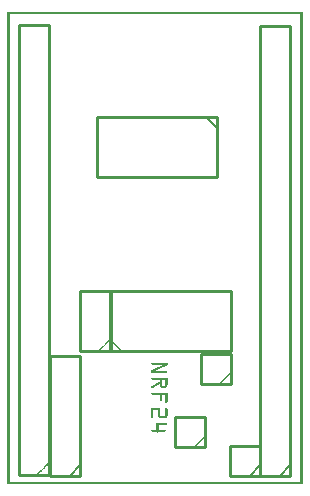
<source format=gto>
G04 MADE WITH FRITZING*
G04 WWW.FRITZING.ORG*
G04 DOUBLE SIDED*
G04 HOLES PLATED*
G04 CONTOUR ON CENTER OF CONTOUR VECTOR*
%ASAXBY*%
%FSLAX23Y23*%
%MOIN*%
%OFA0B0*%
%SFA1.0B1.0*%
%ADD10C,0.010000*%
%ADD11C,0.005000*%
%ADD12R,0.001000X0.001000*%
%LNSILK1*%
G90*
G70*
G54D10*
X345Y444D02*
X745Y444D01*
D02*
X745Y444D02*
X745Y644D01*
D02*
X745Y644D02*
X345Y644D01*
D02*
X345Y644D02*
X345Y444D01*
D02*
X942Y30D02*
X942Y1530D01*
D02*
X942Y1530D02*
X842Y1530D01*
D02*
X842Y1530D02*
X842Y30D01*
D02*
X842Y30D02*
X942Y30D01*
G54D11*
D02*
X942Y65D02*
X907Y30D01*
G54D10*
D02*
X698Y1225D02*
X298Y1225D01*
D02*
X298Y1225D02*
X298Y1025D01*
D02*
X298Y1025D02*
X698Y1025D01*
D02*
X698Y1025D02*
X698Y1225D01*
G54D11*
D02*
X663Y1225D02*
X698Y1190D01*
G54D10*
D02*
X659Y125D02*
X659Y225D01*
D02*
X659Y225D02*
X559Y225D01*
D02*
X559Y225D02*
X559Y125D01*
D02*
X559Y125D02*
X659Y125D01*
D02*
X745Y336D02*
X745Y436D01*
D02*
X745Y436D02*
X645Y436D01*
D02*
X645Y436D02*
X645Y336D01*
D02*
X645Y336D02*
X745Y336D01*
D02*
X842Y30D02*
X842Y130D01*
D02*
X842Y130D02*
X742Y130D01*
D02*
X742Y130D02*
X742Y30D01*
D02*
X742Y30D02*
X842Y30D01*
G54D11*
D02*
X842Y65D02*
X807Y30D01*
G54D10*
D02*
X242Y30D02*
X242Y430D01*
D02*
X242Y430D02*
X142Y430D01*
D02*
X142Y430D02*
X142Y30D01*
D02*
X142Y30D02*
X242Y30D01*
G54D11*
D02*
X242Y65D02*
X207Y30D01*
G54D10*
D02*
X340Y444D02*
X340Y644D01*
D02*
X340Y644D02*
X240Y644D01*
D02*
X240Y644D02*
X240Y444D01*
D02*
X240Y444D02*
X340Y444D01*
D02*
X137Y33D02*
X137Y1533D01*
D02*
X137Y1533D02*
X37Y1533D01*
D02*
X37Y1533D02*
X37Y33D01*
D02*
X37Y33D02*
X137Y33D01*
G54D12*
X0Y1575D02*
X983Y1575D01*
X0Y1574D02*
X983Y1574D01*
X0Y1573D02*
X983Y1573D01*
X0Y1572D02*
X983Y1572D01*
X0Y1571D02*
X983Y1571D01*
X0Y1570D02*
X983Y1570D01*
X0Y1569D02*
X983Y1569D01*
X0Y1568D02*
X983Y1568D01*
X0Y1567D02*
X7Y1567D01*
X976Y1567D02*
X983Y1567D01*
X0Y1566D02*
X7Y1566D01*
X976Y1566D02*
X983Y1566D01*
X0Y1565D02*
X7Y1565D01*
X976Y1565D02*
X983Y1565D01*
X0Y1564D02*
X7Y1564D01*
X976Y1564D02*
X983Y1564D01*
X0Y1563D02*
X7Y1563D01*
X976Y1563D02*
X983Y1563D01*
X0Y1562D02*
X7Y1562D01*
X976Y1562D02*
X983Y1562D01*
X0Y1561D02*
X7Y1561D01*
X976Y1561D02*
X983Y1561D01*
X0Y1560D02*
X7Y1560D01*
X976Y1560D02*
X983Y1560D01*
X0Y1559D02*
X7Y1559D01*
X976Y1559D02*
X983Y1559D01*
X0Y1558D02*
X7Y1558D01*
X976Y1558D02*
X983Y1558D01*
X0Y1557D02*
X7Y1557D01*
X976Y1557D02*
X983Y1557D01*
X0Y1556D02*
X7Y1556D01*
X976Y1556D02*
X983Y1556D01*
X0Y1555D02*
X7Y1555D01*
X976Y1555D02*
X983Y1555D01*
X0Y1554D02*
X7Y1554D01*
X976Y1554D02*
X983Y1554D01*
X0Y1553D02*
X7Y1553D01*
X976Y1553D02*
X983Y1553D01*
X0Y1552D02*
X7Y1552D01*
X976Y1552D02*
X983Y1552D01*
X0Y1551D02*
X7Y1551D01*
X976Y1551D02*
X983Y1551D01*
X0Y1550D02*
X7Y1550D01*
X976Y1550D02*
X983Y1550D01*
X0Y1549D02*
X7Y1549D01*
X976Y1549D02*
X983Y1549D01*
X0Y1548D02*
X7Y1548D01*
X976Y1548D02*
X983Y1548D01*
X0Y1547D02*
X7Y1547D01*
X976Y1547D02*
X983Y1547D01*
X0Y1546D02*
X7Y1546D01*
X976Y1546D02*
X983Y1546D01*
X0Y1545D02*
X7Y1545D01*
X976Y1545D02*
X983Y1545D01*
X0Y1544D02*
X7Y1544D01*
X976Y1544D02*
X983Y1544D01*
X0Y1543D02*
X7Y1543D01*
X976Y1543D02*
X983Y1543D01*
X0Y1542D02*
X7Y1542D01*
X976Y1542D02*
X983Y1542D01*
X0Y1541D02*
X7Y1541D01*
X976Y1541D02*
X983Y1541D01*
X0Y1540D02*
X7Y1540D01*
X976Y1540D02*
X983Y1540D01*
X0Y1539D02*
X7Y1539D01*
X976Y1539D02*
X983Y1539D01*
X0Y1538D02*
X7Y1538D01*
X976Y1538D02*
X983Y1538D01*
X0Y1537D02*
X7Y1537D01*
X976Y1537D02*
X983Y1537D01*
X0Y1536D02*
X7Y1536D01*
X976Y1536D02*
X983Y1536D01*
X0Y1535D02*
X7Y1535D01*
X976Y1535D02*
X983Y1535D01*
X0Y1534D02*
X7Y1534D01*
X976Y1534D02*
X983Y1534D01*
X0Y1533D02*
X7Y1533D01*
X976Y1533D02*
X983Y1533D01*
X0Y1532D02*
X7Y1532D01*
X976Y1532D02*
X983Y1532D01*
X0Y1531D02*
X7Y1531D01*
X976Y1531D02*
X983Y1531D01*
X0Y1530D02*
X7Y1530D01*
X976Y1530D02*
X983Y1530D01*
X0Y1529D02*
X7Y1529D01*
X976Y1529D02*
X983Y1529D01*
X0Y1528D02*
X7Y1528D01*
X976Y1528D02*
X983Y1528D01*
X0Y1527D02*
X7Y1527D01*
X976Y1527D02*
X983Y1527D01*
X0Y1526D02*
X7Y1526D01*
X976Y1526D02*
X983Y1526D01*
X0Y1525D02*
X7Y1525D01*
X976Y1525D02*
X983Y1525D01*
X0Y1524D02*
X7Y1524D01*
X976Y1524D02*
X983Y1524D01*
X0Y1523D02*
X7Y1523D01*
X976Y1523D02*
X983Y1523D01*
X0Y1522D02*
X7Y1522D01*
X976Y1522D02*
X983Y1522D01*
X0Y1521D02*
X7Y1521D01*
X976Y1521D02*
X983Y1521D01*
X0Y1520D02*
X7Y1520D01*
X976Y1520D02*
X983Y1520D01*
X0Y1519D02*
X7Y1519D01*
X976Y1519D02*
X983Y1519D01*
X0Y1518D02*
X7Y1518D01*
X976Y1518D02*
X983Y1518D01*
X0Y1517D02*
X7Y1517D01*
X976Y1517D02*
X983Y1517D01*
X0Y1516D02*
X7Y1516D01*
X976Y1516D02*
X983Y1516D01*
X0Y1515D02*
X7Y1515D01*
X976Y1515D02*
X983Y1515D01*
X0Y1514D02*
X7Y1514D01*
X976Y1514D02*
X983Y1514D01*
X0Y1513D02*
X7Y1513D01*
X976Y1513D02*
X983Y1513D01*
X0Y1512D02*
X7Y1512D01*
X976Y1512D02*
X983Y1512D01*
X0Y1511D02*
X7Y1511D01*
X976Y1511D02*
X983Y1511D01*
X0Y1510D02*
X7Y1510D01*
X976Y1510D02*
X983Y1510D01*
X0Y1509D02*
X7Y1509D01*
X976Y1509D02*
X983Y1509D01*
X0Y1508D02*
X7Y1508D01*
X976Y1508D02*
X983Y1508D01*
X0Y1507D02*
X7Y1507D01*
X976Y1507D02*
X983Y1507D01*
X0Y1506D02*
X7Y1506D01*
X976Y1506D02*
X983Y1506D01*
X0Y1505D02*
X7Y1505D01*
X976Y1505D02*
X983Y1505D01*
X0Y1504D02*
X7Y1504D01*
X976Y1504D02*
X983Y1504D01*
X0Y1503D02*
X7Y1503D01*
X976Y1503D02*
X983Y1503D01*
X0Y1502D02*
X7Y1502D01*
X976Y1502D02*
X983Y1502D01*
X0Y1501D02*
X7Y1501D01*
X976Y1501D02*
X983Y1501D01*
X0Y1500D02*
X7Y1500D01*
X976Y1500D02*
X983Y1500D01*
X0Y1499D02*
X7Y1499D01*
X976Y1499D02*
X983Y1499D01*
X0Y1498D02*
X7Y1498D01*
X976Y1498D02*
X983Y1498D01*
X0Y1497D02*
X7Y1497D01*
X976Y1497D02*
X983Y1497D01*
X0Y1496D02*
X7Y1496D01*
X976Y1496D02*
X983Y1496D01*
X0Y1495D02*
X7Y1495D01*
X976Y1495D02*
X983Y1495D01*
X0Y1494D02*
X7Y1494D01*
X976Y1494D02*
X983Y1494D01*
X0Y1493D02*
X7Y1493D01*
X976Y1493D02*
X983Y1493D01*
X0Y1492D02*
X7Y1492D01*
X976Y1492D02*
X983Y1492D01*
X0Y1491D02*
X7Y1491D01*
X976Y1491D02*
X983Y1491D01*
X0Y1490D02*
X7Y1490D01*
X976Y1490D02*
X983Y1490D01*
X0Y1489D02*
X7Y1489D01*
X976Y1489D02*
X983Y1489D01*
X0Y1488D02*
X7Y1488D01*
X976Y1488D02*
X983Y1488D01*
X0Y1487D02*
X7Y1487D01*
X976Y1487D02*
X983Y1487D01*
X0Y1486D02*
X7Y1486D01*
X976Y1486D02*
X983Y1486D01*
X0Y1485D02*
X7Y1485D01*
X976Y1485D02*
X983Y1485D01*
X0Y1484D02*
X7Y1484D01*
X976Y1484D02*
X983Y1484D01*
X0Y1483D02*
X7Y1483D01*
X976Y1483D02*
X983Y1483D01*
X0Y1482D02*
X7Y1482D01*
X976Y1482D02*
X983Y1482D01*
X0Y1481D02*
X7Y1481D01*
X976Y1481D02*
X983Y1481D01*
X0Y1480D02*
X7Y1480D01*
X976Y1480D02*
X983Y1480D01*
X0Y1479D02*
X7Y1479D01*
X976Y1479D02*
X983Y1479D01*
X0Y1478D02*
X7Y1478D01*
X976Y1478D02*
X983Y1478D01*
X0Y1477D02*
X7Y1477D01*
X976Y1477D02*
X983Y1477D01*
X0Y1476D02*
X7Y1476D01*
X976Y1476D02*
X983Y1476D01*
X0Y1475D02*
X7Y1475D01*
X976Y1475D02*
X983Y1475D01*
X0Y1474D02*
X7Y1474D01*
X976Y1474D02*
X983Y1474D01*
X0Y1473D02*
X7Y1473D01*
X976Y1473D02*
X983Y1473D01*
X0Y1472D02*
X7Y1472D01*
X976Y1472D02*
X983Y1472D01*
X0Y1471D02*
X7Y1471D01*
X976Y1471D02*
X983Y1471D01*
X0Y1470D02*
X7Y1470D01*
X976Y1470D02*
X983Y1470D01*
X0Y1469D02*
X7Y1469D01*
X976Y1469D02*
X983Y1469D01*
X0Y1468D02*
X7Y1468D01*
X976Y1468D02*
X983Y1468D01*
X0Y1467D02*
X7Y1467D01*
X976Y1467D02*
X983Y1467D01*
X0Y1466D02*
X7Y1466D01*
X976Y1466D02*
X983Y1466D01*
X0Y1465D02*
X7Y1465D01*
X976Y1465D02*
X983Y1465D01*
X0Y1464D02*
X7Y1464D01*
X976Y1464D02*
X983Y1464D01*
X0Y1463D02*
X7Y1463D01*
X976Y1463D02*
X983Y1463D01*
X0Y1462D02*
X7Y1462D01*
X976Y1462D02*
X983Y1462D01*
X0Y1461D02*
X7Y1461D01*
X976Y1461D02*
X983Y1461D01*
X0Y1460D02*
X7Y1460D01*
X976Y1460D02*
X983Y1460D01*
X0Y1459D02*
X7Y1459D01*
X976Y1459D02*
X983Y1459D01*
X0Y1458D02*
X7Y1458D01*
X976Y1458D02*
X983Y1458D01*
X0Y1457D02*
X7Y1457D01*
X976Y1457D02*
X983Y1457D01*
X0Y1456D02*
X7Y1456D01*
X976Y1456D02*
X983Y1456D01*
X0Y1455D02*
X7Y1455D01*
X976Y1455D02*
X983Y1455D01*
X0Y1454D02*
X7Y1454D01*
X976Y1454D02*
X983Y1454D01*
X0Y1453D02*
X7Y1453D01*
X976Y1453D02*
X983Y1453D01*
X0Y1452D02*
X7Y1452D01*
X976Y1452D02*
X983Y1452D01*
X0Y1451D02*
X7Y1451D01*
X976Y1451D02*
X983Y1451D01*
X0Y1450D02*
X7Y1450D01*
X976Y1450D02*
X983Y1450D01*
X0Y1449D02*
X7Y1449D01*
X976Y1449D02*
X983Y1449D01*
X0Y1448D02*
X7Y1448D01*
X976Y1448D02*
X983Y1448D01*
X0Y1447D02*
X7Y1447D01*
X976Y1447D02*
X983Y1447D01*
X0Y1446D02*
X7Y1446D01*
X976Y1446D02*
X983Y1446D01*
X0Y1445D02*
X7Y1445D01*
X976Y1445D02*
X983Y1445D01*
X0Y1444D02*
X7Y1444D01*
X976Y1444D02*
X983Y1444D01*
X0Y1443D02*
X7Y1443D01*
X976Y1443D02*
X983Y1443D01*
X0Y1442D02*
X7Y1442D01*
X976Y1442D02*
X983Y1442D01*
X0Y1441D02*
X7Y1441D01*
X976Y1441D02*
X983Y1441D01*
X0Y1440D02*
X7Y1440D01*
X976Y1440D02*
X983Y1440D01*
X0Y1439D02*
X7Y1439D01*
X976Y1439D02*
X983Y1439D01*
X0Y1438D02*
X7Y1438D01*
X976Y1438D02*
X983Y1438D01*
X0Y1437D02*
X7Y1437D01*
X976Y1437D02*
X983Y1437D01*
X0Y1436D02*
X7Y1436D01*
X976Y1436D02*
X983Y1436D01*
X0Y1435D02*
X7Y1435D01*
X976Y1435D02*
X983Y1435D01*
X0Y1434D02*
X7Y1434D01*
X976Y1434D02*
X983Y1434D01*
X0Y1433D02*
X7Y1433D01*
X976Y1433D02*
X983Y1433D01*
X0Y1432D02*
X7Y1432D01*
X976Y1432D02*
X983Y1432D01*
X0Y1431D02*
X7Y1431D01*
X976Y1431D02*
X983Y1431D01*
X0Y1430D02*
X7Y1430D01*
X976Y1430D02*
X983Y1430D01*
X0Y1429D02*
X7Y1429D01*
X976Y1429D02*
X983Y1429D01*
X0Y1428D02*
X7Y1428D01*
X976Y1428D02*
X983Y1428D01*
X0Y1427D02*
X7Y1427D01*
X976Y1427D02*
X983Y1427D01*
X0Y1426D02*
X7Y1426D01*
X976Y1426D02*
X983Y1426D01*
X0Y1425D02*
X7Y1425D01*
X976Y1425D02*
X983Y1425D01*
X0Y1424D02*
X7Y1424D01*
X976Y1424D02*
X983Y1424D01*
X0Y1423D02*
X7Y1423D01*
X976Y1423D02*
X983Y1423D01*
X0Y1422D02*
X7Y1422D01*
X976Y1422D02*
X983Y1422D01*
X0Y1421D02*
X7Y1421D01*
X976Y1421D02*
X983Y1421D01*
X0Y1420D02*
X7Y1420D01*
X976Y1420D02*
X983Y1420D01*
X0Y1419D02*
X7Y1419D01*
X976Y1419D02*
X983Y1419D01*
X0Y1418D02*
X7Y1418D01*
X976Y1418D02*
X983Y1418D01*
X0Y1417D02*
X7Y1417D01*
X976Y1417D02*
X983Y1417D01*
X0Y1416D02*
X7Y1416D01*
X976Y1416D02*
X983Y1416D01*
X0Y1415D02*
X7Y1415D01*
X976Y1415D02*
X983Y1415D01*
X0Y1414D02*
X7Y1414D01*
X976Y1414D02*
X983Y1414D01*
X0Y1413D02*
X7Y1413D01*
X976Y1413D02*
X983Y1413D01*
X0Y1412D02*
X7Y1412D01*
X976Y1412D02*
X983Y1412D01*
X0Y1411D02*
X7Y1411D01*
X976Y1411D02*
X983Y1411D01*
X0Y1410D02*
X7Y1410D01*
X976Y1410D02*
X983Y1410D01*
X0Y1409D02*
X7Y1409D01*
X976Y1409D02*
X983Y1409D01*
X0Y1408D02*
X7Y1408D01*
X976Y1408D02*
X983Y1408D01*
X0Y1407D02*
X7Y1407D01*
X976Y1407D02*
X983Y1407D01*
X0Y1406D02*
X7Y1406D01*
X976Y1406D02*
X983Y1406D01*
X0Y1405D02*
X7Y1405D01*
X976Y1405D02*
X983Y1405D01*
X0Y1404D02*
X7Y1404D01*
X976Y1404D02*
X983Y1404D01*
X0Y1403D02*
X7Y1403D01*
X976Y1403D02*
X983Y1403D01*
X0Y1402D02*
X7Y1402D01*
X976Y1402D02*
X983Y1402D01*
X0Y1401D02*
X7Y1401D01*
X976Y1401D02*
X983Y1401D01*
X0Y1400D02*
X7Y1400D01*
X976Y1400D02*
X983Y1400D01*
X0Y1399D02*
X7Y1399D01*
X976Y1399D02*
X983Y1399D01*
X0Y1398D02*
X7Y1398D01*
X976Y1398D02*
X983Y1398D01*
X0Y1397D02*
X7Y1397D01*
X976Y1397D02*
X983Y1397D01*
X0Y1396D02*
X7Y1396D01*
X976Y1396D02*
X983Y1396D01*
X0Y1395D02*
X7Y1395D01*
X976Y1395D02*
X983Y1395D01*
X0Y1394D02*
X7Y1394D01*
X976Y1394D02*
X983Y1394D01*
X0Y1393D02*
X7Y1393D01*
X976Y1393D02*
X983Y1393D01*
X0Y1392D02*
X7Y1392D01*
X976Y1392D02*
X983Y1392D01*
X0Y1391D02*
X7Y1391D01*
X976Y1391D02*
X983Y1391D01*
X0Y1390D02*
X7Y1390D01*
X976Y1390D02*
X983Y1390D01*
X0Y1389D02*
X7Y1389D01*
X976Y1389D02*
X983Y1389D01*
X0Y1388D02*
X7Y1388D01*
X976Y1388D02*
X983Y1388D01*
X0Y1387D02*
X7Y1387D01*
X976Y1387D02*
X983Y1387D01*
X0Y1386D02*
X7Y1386D01*
X976Y1386D02*
X983Y1386D01*
X0Y1385D02*
X7Y1385D01*
X976Y1385D02*
X983Y1385D01*
X0Y1384D02*
X7Y1384D01*
X976Y1384D02*
X983Y1384D01*
X0Y1383D02*
X7Y1383D01*
X976Y1383D02*
X983Y1383D01*
X0Y1382D02*
X7Y1382D01*
X976Y1382D02*
X983Y1382D01*
X0Y1381D02*
X7Y1381D01*
X976Y1381D02*
X983Y1381D01*
X0Y1380D02*
X7Y1380D01*
X976Y1380D02*
X983Y1380D01*
X0Y1379D02*
X7Y1379D01*
X976Y1379D02*
X983Y1379D01*
X0Y1378D02*
X7Y1378D01*
X976Y1378D02*
X983Y1378D01*
X0Y1377D02*
X7Y1377D01*
X976Y1377D02*
X983Y1377D01*
X0Y1376D02*
X7Y1376D01*
X976Y1376D02*
X983Y1376D01*
X0Y1375D02*
X7Y1375D01*
X976Y1375D02*
X983Y1375D01*
X0Y1374D02*
X7Y1374D01*
X976Y1374D02*
X983Y1374D01*
X0Y1373D02*
X7Y1373D01*
X976Y1373D02*
X983Y1373D01*
X0Y1372D02*
X7Y1372D01*
X976Y1372D02*
X983Y1372D01*
X0Y1371D02*
X7Y1371D01*
X976Y1371D02*
X983Y1371D01*
X0Y1370D02*
X7Y1370D01*
X976Y1370D02*
X983Y1370D01*
X0Y1369D02*
X7Y1369D01*
X976Y1369D02*
X983Y1369D01*
X0Y1368D02*
X7Y1368D01*
X976Y1368D02*
X983Y1368D01*
X0Y1367D02*
X7Y1367D01*
X976Y1367D02*
X983Y1367D01*
X0Y1366D02*
X7Y1366D01*
X976Y1366D02*
X983Y1366D01*
X0Y1365D02*
X7Y1365D01*
X976Y1365D02*
X983Y1365D01*
X0Y1364D02*
X7Y1364D01*
X976Y1364D02*
X983Y1364D01*
X0Y1363D02*
X7Y1363D01*
X976Y1363D02*
X983Y1363D01*
X0Y1362D02*
X7Y1362D01*
X976Y1362D02*
X983Y1362D01*
X0Y1361D02*
X7Y1361D01*
X976Y1361D02*
X983Y1361D01*
X0Y1360D02*
X7Y1360D01*
X976Y1360D02*
X983Y1360D01*
X0Y1359D02*
X7Y1359D01*
X976Y1359D02*
X983Y1359D01*
X0Y1358D02*
X7Y1358D01*
X976Y1358D02*
X983Y1358D01*
X0Y1357D02*
X7Y1357D01*
X976Y1357D02*
X983Y1357D01*
X0Y1356D02*
X7Y1356D01*
X976Y1356D02*
X983Y1356D01*
X0Y1355D02*
X7Y1355D01*
X976Y1355D02*
X983Y1355D01*
X0Y1354D02*
X7Y1354D01*
X976Y1354D02*
X983Y1354D01*
X0Y1353D02*
X7Y1353D01*
X976Y1353D02*
X983Y1353D01*
X0Y1352D02*
X7Y1352D01*
X976Y1352D02*
X983Y1352D01*
X0Y1351D02*
X7Y1351D01*
X976Y1351D02*
X983Y1351D01*
X0Y1350D02*
X7Y1350D01*
X976Y1350D02*
X983Y1350D01*
X0Y1349D02*
X7Y1349D01*
X976Y1349D02*
X983Y1349D01*
X0Y1348D02*
X7Y1348D01*
X976Y1348D02*
X983Y1348D01*
X0Y1347D02*
X7Y1347D01*
X976Y1347D02*
X983Y1347D01*
X0Y1346D02*
X7Y1346D01*
X976Y1346D02*
X983Y1346D01*
X0Y1345D02*
X7Y1345D01*
X976Y1345D02*
X983Y1345D01*
X0Y1344D02*
X7Y1344D01*
X976Y1344D02*
X983Y1344D01*
X0Y1343D02*
X7Y1343D01*
X976Y1343D02*
X983Y1343D01*
X0Y1342D02*
X7Y1342D01*
X976Y1342D02*
X983Y1342D01*
X0Y1341D02*
X7Y1341D01*
X976Y1341D02*
X983Y1341D01*
X0Y1340D02*
X7Y1340D01*
X976Y1340D02*
X983Y1340D01*
X0Y1339D02*
X7Y1339D01*
X976Y1339D02*
X983Y1339D01*
X0Y1338D02*
X7Y1338D01*
X976Y1338D02*
X983Y1338D01*
X0Y1337D02*
X7Y1337D01*
X976Y1337D02*
X983Y1337D01*
X0Y1336D02*
X7Y1336D01*
X976Y1336D02*
X983Y1336D01*
X0Y1335D02*
X7Y1335D01*
X976Y1335D02*
X983Y1335D01*
X0Y1334D02*
X7Y1334D01*
X976Y1334D02*
X983Y1334D01*
X0Y1333D02*
X7Y1333D01*
X976Y1333D02*
X983Y1333D01*
X0Y1332D02*
X7Y1332D01*
X976Y1332D02*
X983Y1332D01*
X0Y1331D02*
X7Y1331D01*
X976Y1331D02*
X983Y1331D01*
X0Y1330D02*
X7Y1330D01*
X976Y1330D02*
X983Y1330D01*
X0Y1329D02*
X7Y1329D01*
X976Y1329D02*
X983Y1329D01*
X0Y1328D02*
X7Y1328D01*
X976Y1328D02*
X983Y1328D01*
X0Y1327D02*
X7Y1327D01*
X976Y1327D02*
X983Y1327D01*
X0Y1326D02*
X7Y1326D01*
X976Y1326D02*
X983Y1326D01*
X0Y1325D02*
X7Y1325D01*
X976Y1325D02*
X983Y1325D01*
X0Y1324D02*
X7Y1324D01*
X976Y1324D02*
X983Y1324D01*
X0Y1323D02*
X7Y1323D01*
X976Y1323D02*
X983Y1323D01*
X0Y1322D02*
X7Y1322D01*
X976Y1322D02*
X983Y1322D01*
X0Y1321D02*
X7Y1321D01*
X976Y1321D02*
X983Y1321D01*
X0Y1320D02*
X7Y1320D01*
X976Y1320D02*
X983Y1320D01*
X0Y1319D02*
X7Y1319D01*
X976Y1319D02*
X983Y1319D01*
X0Y1318D02*
X7Y1318D01*
X976Y1318D02*
X983Y1318D01*
X0Y1317D02*
X7Y1317D01*
X976Y1317D02*
X983Y1317D01*
X0Y1316D02*
X7Y1316D01*
X976Y1316D02*
X983Y1316D01*
X0Y1315D02*
X7Y1315D01*
X976Y1315D02*
X983Y1315D01*
X0Y1314D02*
X7Y1314D01*
X976Y1314D02*
X983Y1314D01*
X0Y1313D02*
X7Y1313D01*
X976Y1313D02*
X983Y1313D01*
X0Y1312D02*
X7Y1312D01*
X976Y1312D02*
X983Y1312D01*
X0Y1311D02*
X7Y1311D01*
X976Y1311D02*
X983Y1311D01*
X0Y1310D02*
X7Y1310D01*
X976Y1310D02*
X983Y1310D01*
X0Y1309D02*
X7Y1309D01*
X976Y1309D02*
X983Y1309D01*
X0Y1308D02*
X7Y1308D01*
X976Y1308D02*
X983Y1308D01*
X0Y1307D02*
X7Y1307D01*
X976Y1307D02*
X983Y1307D01*
X0Y1306D02*
X7Y1306D01*
X976Y1306D02*
X983Y1306D01*
X0Y1305D02*
X7Y1305D01*
X976Y1305D02*
X983Y1305D01*
X0Y1304D02*
X7Y1304D01*
X976Y1304D02*
X983Y1304D01*
X0Y1303D02*
X7Y1303D01*
X976Y1303D02*
X983Y1303D01*
X0Y1302D02*
X7Y1302D01*
X976Y1302D02*
X983Y1302D01*
X0Y1301D02*
X7Y1301D01*
X976Y1301D02*
X983Y1301D01*
X0Y1300D02*
X7Y1300D01*
X976Y1300D02*
X983Y1300D01*
X0Y1299D02*
X7Y1299D01*
X976Y1299D02*
X983Y1299D01*
X0Y1298D02*
X7Y1298D01*
X976Y1298D02*
X983Y1298D01*
X0Y1297D02*
X7Y1297D01*
X976Y1297D02*
X983Y1297D01*
X0Y1296D02*
X7Y1296D01*
X976Y1296D02*
X983Y1296D01*
X0Y1295D02*
X7Y1295D01*
X976Y1295D02*
X983Y1295D01*
X0Y1294D02*
X7Y1294D01*
X976Y1294D02*
X983Y1294D01*
X0Y1293D02*
X7Y1293D01*
X976Y1293D02*
X983Y1293D01*
X0Y1292D02*
X7Y1292D01*
X976Y1292D02*
X983Y1292D01*
X0Y1291D02*
X7Y1291D01*
X976Y1291D02*
X983Y1291D01*
X0Y1290D02*
X7Y1290D01*
X976Y1290D02*
X983Y1290D01*
X0Y1289D02*
X7Y1289D01*
X976Y1289D02*
X983Y1289D01*
X0Y1288D02*
X7Y1288D01*
X976Y1288D02*
X983Y1288D01*
X0Y1287D02*
X7Y1287D01*
X976Y1287D02*
X983Y1287D01*
X0Y1286D02*
X7Y1286D01*
X976Y1286D02*
X983Y1286D01*
X0Y1285D02*
X7Y1285D01*
X976Y1285D02*
X983Y1285D01*
X0Y1284D02*
X7Y1284D01*
X976Y1284D02*
X983Y1284D01*
X0Y1283D02*
X7Y1283D01*
X976Y1283D02*
X983Y1283D01*
X0Y1282D02*
X7Y1282D01*
X976Y1282D02*
X983Y1282D01*
X0Y1281D02*
X7Y1281D01*
X976Y1281D02*
X983Y1281D01*
X0Y1280D02*
X7Y1280D01*
X976Y1280D02*
X983Y1280D01*
X0Y1279D02*
X7Y1279D01*
X976Y1279D02*
X983Y1279D01*
X0Y1278D02*
X7Y1278D01*
X976Y1278D02*
X983Y1278D01*
X0Y1277D02*
X7Y1277D01*
X976Y1277D02*
X983Y1277D01*
X0Y1276D02*
X7Y1276D01*
X976Y1276D02*
X983Y1276D01*
X0Y1275D02*
X7Y1275D01*
X976Y1275D02*
X983Y1275D01*
X0Y1274D02*
X7Y1274D01*
X976Y1274D02*
X983Y1274D01*
X0Y1273D02*
X7Y1273D01*
X976Y1273D02*
X983Y1273D01*
X0Y1272D02*
X7Y1272D01*
X976Y1272D02*
X983Y1272D01*
X0Y1271D02*
X7Y1271D01*
X976Y1271D02*
X983Y1271D01*
X0Y1270D02*
X7Y1270D01*
X976Y1270D02*
X983Y1270D01*
X0Y1269D02*
X7Y1269D01*
X976Y1269D02*
X983Y1269D01*
X0Y1268D02*
X7Y1268D01*
X976Y1268D02*
X983Y1268D01*
X0Y1267D02*
X7Y1267D01*
X976Y1267D02*
X983Y1267D01*
X0Y1266D02*
X7Y1266D01*
X976Y1266D02*
X983Y1266D01*
X0Y1265D02*
X7Y1265D01*
X976Y1265D02*
X983Y1265D01*
X0Y1264D02*
X7Y1264D01*
X976Y1264D02*
X983Y1264D01*
X0Y1263D02*
X7Y1263D01*
X976Y1263D02*
X983Y1263D01*
X0Y1262D02*
X7Y1262D01*
X976Y1262D02*
X983Y1262D01*
X0Y1261D02*
X7Y1261D01*
X976Y1261D02*
X983Y1261D01*
X0Y1260D02*
X7Y1260D01*
X976Y1260D02*
X983Y1260D01*
X0Y1259D02*
X7Y1259D01*
X976Y1259D02*
X983Y1259D01*
X0Y1258D02*
X7Y1258D01*
X976Y1258D02*
X983Y1258D01*
X0Y1257D02*
X7Y1257D01*
X976Y1257D02*
X983Y1257D01*
X0Y1256D02*
X7Y1256D01*
X976Y1256D02*
X983Y1256D01*
X0Y1255D02*
X7Y1255D01*
X976Y1255D02*
X983Y1255D01*
X0Y1254D02*
X7Y1254D01*
X976Y1254D02*
X983Y1254D01*
X0Y1253D02*
X7Y1253D01*
X976Y1253D02*
X983Y1253D01*
X0Y1252D02*
X7Y1252D01*
X976Y1252D02*
X983Y1252D01*
X0Y1251D02*
X7Y1251D01*
X976Y1251D02*
X983Y1251D01*
X0Y1250D02*
X7Y1250D01*
X976Y1250D02*
X983Y1250D01*
X0Y1249D02*
X7Y1249D01*
X976Y1249D02*
X983Y1249D01*
X0Y1248D02*
X7Y1248D01*
X976Y1248D02*
X983Y1248D01*
X0Y1247D02*
X7Y1247D01*
X976Y1247D02*
X983Y1247D01*
X0Y1246D02*
X7Y1246D01*
X976Y1246D02*
X983Y1246D01*
X0Y1245D02*
X7Y1245D01*
X976Y1245D02*
X983Y1245D01*
X0Y1244D02*
X7Y1244D01*
X976Y1244D02*
X983Y1244D01*
X0Y1243D02*
X7Y1243D01*
X976Y1243D02*
X983Y1243D01*
X0Y1242D02*
X7Y1242D01*
X976Y1242D02*
X983Y1242D01*
X0Y1241D02*
X7Y1241D01*
X976Y1241D02*
X983Y1241D01*
X0Y1240D02*
X7Y1240D01*
X976Y1240D02*
X983Y1240D01*
X0Y1239D02*
X7Y1239D01*
X976Y1239D02*
X983Y1239D01*
X0Y1238D02*
X7Y1238D01*
X976Y1238D02*
X983Y1238D01*
X0Y1237D02*
X7Y1237D01*
X976Y1237D02*
X983Y1237D01*
X0Y1236D02*
X7Y1236D01*
X976Y1236D02*
X983Y1236D01*
X0Y1235D02*
X7Y1235D01*
X976Y1235D02*
X983Y1235D01*
X0Y1234D02*
X7Y1234D01*
X976Y1234D02*
X983Y1234D01*
X0Y1233D02*
X7Y1233D01*
X976Y1233D02*
X983Y1233D01*
X0Y1232D02*
X7Y1232D01*
X976Y1232D02*
X983Y1232D01*
X0Y1231D02*
X7Y1231D01*
X976Y1231D02*
X983Y1231D01*
X0Y1230D02*
X7Y1230D01*
X976Y1230D02*
X983Y1230D01*
X0Y1229D02*
X7Y1229D01*
X976Y1229D02*
X983Y1229D01*
X0Y1228D02*
X7Y1228D01*
X976Y1228D02*
X983Y1228D01*
X0Y1227D02*
X7Y1227D01*
X976Y1227D02*
X983Y1227D01*
X0Y1226D02*
X7Y1226D01*
X976Y1226D02*
X983Y1226D01*
X0Y1225D02*
X7Y1225D01*
X976Y1225D02*
X983Y1225D01*
X0Y1224D02*
X7Y1224D01*
X976Y1224D02*
X983Y1224D01*
X0Y1223D02*
X7Y1223D01*
X976Y1223D02*
X983Y1223D01*
X0Y1222D02*
X7Y1222D01*
X976Y1222D02*
X983Y1222D01*
X0Y1221D02*
X7Y1221D01*
X976Y1221D02*
X983Y1221D01*
X0Y1220D02*
X7Y1220D01*
X976Y1220D02*
X983Y1220D01*
X0Y1219D02*
X7Y1219D01*
X976Y1219D02*
X983Y1219D01*
X0Y1218D02*
X7Y1218D01*
X976Y1218D02*
X983Y1218D01*
X0Y1217D02*
X7Y1217D01*
X976Y1217D02*
X983Y1217D01*
X0Y1216D02*
X7Y1216D01*
X976Y1216D02*
X983Y1216D01*
X0Y1215D02*
X7Y1215D01*
X976Y1215D02*
X983Y1215D01*
X0Y1214D02*
X7Y1214D01*
X976Y1214D02*
X983Y1214D01*
X0Y1213D02*
X7Y1213D01*
X976Y1213D02*
X983Y1213D01*
X0Y1212D02*
X7Y1212D01*
X976Y1212D02*
X983Y1212D01*
X0Y1211D02*
X7Y1211D01*
X976Y1211D02*
X983Y1211D01*
X0Y1210D02*
X7Y1210D01*
X976Y1210D02*
X983Y1210D01*
X0Y1209D02*
X7Y1209D01*
X976Y1209D02*
X983Y1209D01*
X0Y1208D02*
X7Y1208D01*
X976Y1208D02*
X983Y1208D01*
X0Y1207D02*
X7Y1207D01*
X976Y1207D02*
X983Y1207D01*
X0Y1206D02*
X7Y1206D01*
X976Y1206D02*
X983Y1206D01*
X0Y1205D02*
X7Y1205D01*
X976Y1205D02*
X983Y1205D01*
X0Y1204D02*
X7Y1204D01*
X976Y1204D02*
X983Y1204D01*
X0Y1203D02*
X7Y1203D01*
X976Y1203D02*
X983Y1203D01*
X0Y1202D02*
X7Y1202D01*
X976Y1202D02*
X983Y1202D01*
X0Y1201D02*
X7Y1201D01*
X976Y1201D02*
X983Y1201D01*
X0Y1200D02*
X7Y1200D01*
X976Y1200D02*
X983Y1200D01*
X0Y1199D02*
X7Y1199D01*
X976Y1199D02*
X983Y1199D01*
X0Y1198D02*
X7Y1198D01*
X976Y1198D02*
X983Y1198D01*
X0Y1197D02*
X7Y1197D01*
X976Y1197D02*
X983Y1197D01*
X0Y1196D02*
X7Y1196D01*
X976Y1196D02*
X983Y1196D01*
X0Y1195D02*
X7Y1195D01*
X976Y1195D02*
X983Y1195D01*
X0Y1194D02*
X7Y1194D01*
X976Y1194D02*
X983Y1194D01*
X0Y1193D02*
X7Y1193D01*
X976Y1193D02*
X983Y1193D01*
X0Y1192D02*
X7Y1192D01*
X976Y1192D02*
X983Y1192D01*
X0Y1191D02*
X7Y1191D01*
X976Y1191D02*
X983Y1191D01*
X0Y1190D02*
X7Y1190D01*
X976Y1190D02*
X983Y1190D01*
X0Y1189D02*
X7Y1189D01*
X976Y1189D02*
X983Y1189D01*
X0Y1188D02*
X7Y1188D01*
X976Y1188D02*
X983Y1188D01*
X0Y1187D02*
X7Y1187D01*
X976Y1187D02*
X983Y1187D01*
X0Y1186D02*
X7Y1186D01*
X976Y1186D02*
X983Y1186D01*
X0Y1185D02*
X7Y1185D01*
X976Y1185D02*
X983Y1185D01*
X0Y1184D02*
X7Y1184D01*
X976Y1184D02*
X983Y1184D01*
X0Y1183D02*
X7Y1183D01*
X976Y1183D02*
X983Y1183D01*
X0Y1182D02*
X7Y1182D01*
X976Y1182D02*
X983Y1182D01*
X0Y1181D02*
X7Y1181D01*
X976Y1181D02*
X983Y1181D01*
X0Y1180D02*
X7Y1180D01*
X976Y1180D02*
X983Y1180D01*
X0Y1179D02*
X7Y1179D01*
X976Y1179D02*
X983Y1179D01*
X0Y1178D02*
X7Y1178D01*
X976Y1178D02*
X983Y1178D01*
X0Y1177D02*
X7Y1177D01*
X976Y1177D02*
X983Y1177D01*
X0Y1176D02*
X7Y1176D01*
X976Y1176D02*
X983Y1176D01*
X0Y1175D02*
X7Y1175D01*
X976Y1175D02*
X983Y1175D01*
X0Y1174D02*
X7Y1174D01*
X976Y1174D02*
X983Y1174D01*
X0Y1173D02*
X7Y1173D01*
X976Y1173D02*
X983Y1173D01*
X0Y1172D02*
X7Y1172D01*
X976Y1172D02*
X983Y1172D01*
X0Y1171D02*
X7Y1171D01*
X976Y1171D02*
X983Y1171D01*
X0Y1170D02*
X7Y1170D01*
X976Y1170D02*
X983Y1170D01*
X0Y1169D02*
X7Y1169D01*
X976Y1169D02*
X983Y1169D01*
X0Y1168D02*
X7Y1168D01*
X976Y1168D02*
X983Y1168D01*
X0Y1167D02*
X7Y1167D01*
X976Y1167D02*
X983Y1167D01*
X0Y1166D02*
X7Y1166D01*
X976Y1166D02*
X983Y1166D01*
X0Y1165D02*
X7Y1165D01*
X976Y1165D02*
X983Y1165D01*
X0Y1164D02*
X7Y1164D01*
X976Y1164D02*
X983Y1164D01*
X0Y1163D02*
X7Y1163D01*
X976Y1163D02*
X983Y1163D01*
X0Y1162D02*
X7Y1162D01*
X976Y1162D02*
X983Y1162D01*
X0Y1161D02*
X7Y1161D01*
X976Y1161D02*
X983Y1161D01*
X0Y1160D02*
X7Y1160D01*
X976Y1160D02*
X983Y1160D01*
X0Y1159D02*
X7Y1159D01*
X976Y1159D02*
X983Y1159D01*
X0Y1158D02*
X7Y1158D01*
X976Y1158D02*
X983Y1158D01*
X0Y1157D02*
X7Y1157D01*
X976Y1157D02*
X983Y1157D01*
X0Y1156D02*
X7Y1156D01*
X976Y1156D02*
X983Y1156D01*
X0Y1155D02*
X7Y1155D01*
X976Y1155D02*
X983Y1155D01*
X0Y1154D02*
X7Y1154D01*
X976Y1154D02*
X983Y1154D01*
X0Y1153D02*
X7Y1153D01*
X976Y1153D02*
X983Y1153D01*
X0Y1152D02*
X7Y1152D01*
X976Y1152D02*
X983Y1152D01*
X0Y1151D02*
X7Y1151D01*
X976Y1151D02*
X983Y1151D01*
X0Y1150D02*
X7Y1150D01*
X976Y1150D02*
X983Y1150D01*
X0Y1149D02*
X7Y1149D01*
X976Y1149D02*
X983Y1149D01*
X0Y1148D02*
X7Y1148D01*
X976Y1148D02*
X983Y1148D01*
X0Y1147D02*
X7Y1147D01*
X976Y1147D02*
X983Y1147D01*
X0Y1146D02*
X7Y1146D01*
X976Y1146D02*
X983Y1146D01*
X0Y1145D02*
X7Y1145D01*
X976Y1145D02*
X983Y1145D01*
X0Y1144D02*
X7Y1144D01*
X976Y1144D02*
X983Y1144D01*
X0Y1143D02*
X7Y1143D01*
X976Y1143D02*
X983Y1143D01*
X0Y1142D02*
X7Y1142D01*
X976Y1142D02*
X983Y1142D01*
X0Y1141D02*
X7Y1141D01*
X976Y1141D02*
X983Y1141D01*
X0Y1140D02*
X7Y1140D01*
X976Y1140D02*
X983Y1140D01*
X0Y1139D02*
X7Y1139D01*
X976Y1139D02*
X983Y1139D01*
X0Y1138D02*
X7Y1138D01*
X976Y1138D02*
X983Y1138D01*
X0Y1137D02*
X7Y1137D01*
X976Y1137D02*
X983Y1137D01*
X0Y1136D02*
X7Y1136D01*
X976Y1136D02*
X983Y1136D01*
X0Y1135D02*
X7Y1135D01*
X976Y1135D02*
X983Y1135D01*
X0Y1134D02*
X7Y1134D01*
X976Y1134D02*
X983Y1134D01*
X0Y1133D02*
X7Y1133D01*
X976Y1133D02*
X983Y1133D01*
X0Y1132D02*
X7Y1132D01*
X976Y1132D02*
X983Y1132D01*
X0Y1131D02*
X7Y1131D01*
X976Y1131D02*
X983Y1131D01*
X0Y1130D02*
X7Y1130D01*
X976Y1130D02*
X983Y1130D01*
X0Y1129D02*
X7Y1129D01*
X976Y1129D02*
X983Y1129D01*
X0Y1128D02*
X7Y1128D01*
X976Y1128D02*
X983Y1128D01*
X0Y1127D02*
X7Y1127D01*
X976Y1127D02*
X983Y1127D01*
X0Y1126D02*
X7Y1126D01*
X976Y1126D02*
X983Y1126D01*
X0Y1125D02*
X7Y1125D01*
X976Y1125D02*
X983Y1125D01*
X0Y1124D02*
X7Y1124D01*
X976Y1124D02*
X983Y1124D01*
X0Y1123D02*
X7Y1123D01*
X976Y1123D02*
X983Y1123D01*
X0Y1122D02*
X7Y1122D01*
X976Y1122D02*
X983Y1122D01*
X0Y1121D02*
X7Y1121D01*
X976Y1121D02*
X983Y1121D01*
X0Y1120D02*
X7Y1120D01*
X976Y1120D02*
X983Y1120D01*
X0Y1119D02*
X7Y1119D01*
X976Y1119D02*
X983Y1119D01*
X0Y1118D02*
X7Y1118D01*
X976Y1118D02*
X983Y1118D01*
X0Y1117D02*
X7Y1117D01*
X976Y1117D02*
X983Y1117D01*
X0Y1116D02*
X7Y1116D01*
X976Y1116D02*
X983Y1116D01*
X0Y1115D02*
X7Y1115D01*
X976Y1115D02*
X983Y1115D01*
X0Y1114D02*
X7Y1114D01*
X976Y1114D02*
X983Y1114D01*
X0Y1113D02*
X7Y1113D01*
X976Y1113D02*
X983Y1113D01*
X0Y1112D02*
X7Y1112D01*
X976Y1112D02*
X983Y1112D01*
X0Y1111D02*
X7Y1111D01*
X976Y1111D02*
X983Y1111D01*
X0Y1110D02*
X7Y1110D01*
X976Y1110D02*
X983Y1110D01*
X0Y1109D02*
X7Y1109D01*
X976Y1109D02*
X983Y1109D01*
X0Y1108D02*
X7Y1108D01*
X976Y1108D02*
X983Y1108D01*
X0Y1107D02*
X7Y1107D01*
X976Y1107D02*
X983Y1107D01*
X0Y1106D02*
X7Y1106D01*
X976Y1106D02*
X983Y1106D01*
X0Y1105D02*
X7Y1105D01*
X976Y1105D02*
X983Y1105D01*
X0Y1104D02*
X7Y1104D01*
X976Y1104D02*
X983Y1104D01*
X0Y1103D02*
X7Y1103D01*
X976Y1103D02*
X983Y1103D01*
X0Y1102D02*
X7Y1102D01*
X976Y1102D02*
X983Y1102D01*
X0Y1101D02*
X7Y1101D01*
X976Y1101D02*
X983Y1101D01*
X0Y1100D02*
X7Y1100D01*
X976Y1100D02*
X983Y1100D01*
X0Y1099D02*
X7Y1099D01*
X976Y1099D02*
X983Y1099D01*
X0Y1098D02*
X7Y1098D01*
X976Y1098D02*
X983Y1098D01*
X0Y1097D02*
X7Y1097D01*
X976Y1097D02*
X983Y1097D01*
X0Y1096D02*
X7Y1096D01*
X976Y1096D02*
X983Y1096D01*
X0Y1095D02*
X7Y1095D01*
X976Y1095D02*
X983Y1095D01*
X0Y1094D02*
X7Y1094D01*
X976Y1094D02*
X983Y1094D01*
X0Y1093D02*
X7Y1093D01*
X976Y1093D02*
X983Y1093D01*
X0Y1092D02*
X7Y1092D01*
X976Y1092D02*
X983Y1092D01*
X0Y1091D02*
X7Y1091D01*
X976Y1091D02*
X983Y1091D01*
X0Y1090D02*
X7Y1090D01*
X976Y1090D02*
X983Y1090D01*
X0Y1089D02*
X7Y1089D01*
X976Y1089D02*
X983Y1089D01*
X0Y1088D02*
X7Y1088D01*
X976Y1088D02*
X983Y1088D01*
X0Y1087D02*
X7Y1087D01*
X976Y1087D02*
X983Y1087D01*
X0Y1086D02*
X7Y1086D01*
X976Y1086D02*
X983Y1086D01*
X0Y1085D02*
X7Y1085D01*
X976Y1085D02*
X983Y1085D01*
X0Y1084D02*
X7Y1084D01*
X976Y1084D02*
X983Y1084D01*
X0Y1083D02*
X7Y1083D01*
X976Y1083D02*
X983Y1083D01*
X0Y1082D02*
X7Y1082D01*
X976Y1082D02*
X983Y1082D01*
X0Y1081D02*
X7Y1081D01*
X976Y1081D02*
X983Y1081D01*
X0Y1080D02*
X7Y1080D01*
X976Y1080D02*
X983Y1080D01*
X0Y1079D02*
X7Y1079D01*
X976Y1079D02*
X983Y1079D01*
X0Y1078D02*
X7Y1078D01*
X976Y1078D02*
X983Y1078D01*
X0Y1077D02*
X7Y1077D01*
X976Y1077D02*
X983Y1077D01*
X0Y1076D02*
X7Y1076D01*
X976Y1076D02*
X983Y1076D01*
X0Y1075D02*
X7Y1075D01*
X976Y1075D02*
X983Y1075D01*
X0Y1074D02*
X7Y1074D01*
X976Y1074D02*
X983Y1074D01*
X0Y1073D02*
X7Y1073D01*
X976Y1073D02*
X983Y1073D01*
X0Y1072D02*
X7Y1072D01*
X976Y1072D02*
X983Y1072D01*
X0Y1071D02*
X7Y1071D01*
X976Y1071D02*
X983Y1071D01*
X0Y1070D02*
X7Y1070D01*
X976Y1070D02*
X983Y1070D01*
X0Y1069D02*
X7Y1069D01*
X976Y1069D02*
X983Y1069D01*
X0Y1068D02*
X7Y1068D01*
X976Y1068D02*
X983Y1068D01*
X0Y1067D02*
X7Y1067D01*
X976Y1067D02*
X983Y1067D01*
X0Y1066D02*
X7Y1066D01*
X976Y1066D02*
X983Y1066D01*
X0Y1065D02*
X7Y1065D01*
X976Y1065D02*
X983Y1065D01*
X0Y1064D02*
X7Y1064D01*
X976Y1064D02*
X983Y1064D01*
X0Y1063D02*
X7Y1063D01*
X976Y1063D02*
X983Y1063D01*
X0Y1062D02*
X7Y1062D01*
X976Y1062D02*
X983Y1062D01*
X0Y1061D02*
X7Y1061D01*
X976Y1061D02*
X983Y1061D01*
X0Y1060D02*
X7Y1060D01*
X976Y1060D02*
X983Y1060D01*
X0Y1059D02*
X7Y1059D01*
X976Y1059D02*
X983Y1059D01*
X0Y1058D02*
X7Y1058D01*
X976Y1058D02*
X983Y1058D01*
X0Y1057D02*
X7Y1057D01*
X976Y1057D02*
X983Y1057D01*
X0Y1056D02*
X7Y1056D01*
X976Y1056D02*
X983Y1056D01*
X0Y1055D02*
X7Y1055D01*
X976Y1055D02*
X983Y1055D01*
X0Y1054D02*
X7Y1054D01*
X976Y1054D02*
X983Y1054D01*
X0Y1053D02*
X7Y1053D01*
X976Y1053D02*
X983Y1053D01*
X0Y1052D02*
X7Y1052D01*
X976Y1052D02*
X983Y1052D01*
X0Y1051D02*
X7Y1051D01*
X976Y1051D02*
X983Y1051D01*
X0Y1050D02*
X7Y1050D01*
X976Y1050D02*
X983Y1050D01*
X0Y1049D02*
X7Y1049D01*
X976Y1049D02*
X983Y1049D01*
X0Y1048D02*
X7Y1048D01*
X976Y1048D02*
X983Y1048D01*
X0Y1047D02*
X7Y1047D01*
X976Y1047D02*
X983Y1047D01*
X0Y1046D02*
X7Y1046D01*
X976Y1046D02*
X983Y1046D01*
X0Y1045D02*
X7Y1045D01*
X976Y1045D02*
X983Y1045D01*
X0Y1044D02*
X7Y1044D01*
X976Y1044D02*
X983Y1044D01*
X0Y1043D02*
X7Y1043D01*
X976Y1043D02*
X983Y1043D01*
X0Y1042D02*
X7Y1042D01*
X976Y1042D02*
X983Y1042D01*
X0Y1041D02*
X7Y1041D01*
X976Y1041D02*
X983Y1041D01*
X0Y1040D02*
X7Y1040D01*
X976Y1040D02*
X983Y1040D01*
X0Y1039D02*
X7Y1039D01*
X976Y1039D02*
X983Y1039D01*
X0Y1038D02*
X7Y1038D01*
X976Y1038D02*
X983Y1038D01*
X0Y1037D02*
X7Y1037D01*
X976Y1037D02*
X983Y1037D01*
X0Y1036D02*
X7Y1036D01*
X976Y1036D02*
X983Y1036D01*
X0Y1035D02*
X7Y1035D01*
X976Y1035D02*
X983Y1035D01*
X0Y1034D02*
X7Y1034D01*
X976Y1034D02*
X983Y1034D01*
X0Y1033D02*
X7Y1033D01*
X976Y1033D02*
X983Y1033D01*
X0Y1032D02*
X7Y1032D01*
X976Y1032D02*
X983Y1032D01*
X0Y1031D02*
X7Y1031D01*
X976Y1031D02*
X983Y1031D01*
X0Y1030D02*
X7Y1030D01*
X976Y1030D02*
X983Y1030D01*
X0Y1029D02*
X7Y1029D01*
X976Y1029D02*
X983Y1029D01*
X0Y1028D02*
X7Y1028D01*
X976Y1028D02*
X983Y1028D01*
X0Y1027D02*
X7Y1027D01*
X976Y1027D02*
X983Y1027D01*
X0Y1026D02*
X7Y1026D01*
X976Y1026D02*
X983Y1026D01*
X0Y1025D02*
X7Y1025D01*
X976Y1025D02*
X983Y1025D01*
X0Y1024D02*
X7Y1024D01*
X976Y1024D02*
X983Y1024D01*
X0Y1023D02*
X7Y1023D01*
X976Y1023D02*
X983Y1023D01*
X0Y1022D02*
X7Y1022D01*
X976Y1022D02*
X983Y1022D01*
X0Y1021D02*
X7Y1021D01*
X976Y1021D02*
X983Y1021D01*
X0Y1020D02*
X7Y1020D01*
X976Y1020D02*
X983Y1020D01*
X0Y1019D02*
X7Y1019D01*
X976Y1019D02*
X983Y1019D01*
X0Y1018D02*
X7Y1018D01*
X976Y1018D02*
X983Y1018D01*
X0Y1017D02*
X7Y1017D01*
X976Y1017D02*
X983Y1017D01*
X0Y1016D02*
X7Y1016D01*
X976Y1016D02*
X983Y1016D01*
X0Y1015D02*
X7Y1015D01*
X976Y1015D02*
X983Y1015D01*
X0Y1014D02*
X7Y1014D01*
X976Y1014D02*
X983Y1014D01*
X0Y1013D02*
X7Y1013D01*
X976Y1013D02*
X983Y1013D01*
X0Y1012D02*
X7Y1012D01*
X976Y1012D02*
X983Y1012D01*
X0Y1011D02*
X7Y1011D01*
X976Y1011D02*
X983Y1011D01*
X0Y1010D02*
X7Y1010D01*
X976Y1010D02*
X983Y1010D01*
X0Y1009D02*
X7Y1009D01*
X976Y1009D02*
X983Y1009D01*
X0Y1008D02*
X7Y1008D01*
X976Y1008D02*
X983Y1008D01*
X0Y1007D02*
X7Y1007D01*
X976Y1007D02*
X983Y1007D01*
X0Y1006D02*
X7Y1006D01*
X976Y1006D02*
X983Y1006D01*
X0Y1005D02*
X7Y1005D01*
X976Y1005D02*
X983Y1005D01*
X0Y1004D02*
X7Y1004D01*
X976Y1004D02*
X983Y1004D01*
X0Y1003D02*
X7Y1003D01*
X976Y1003D02*
X983Y1003D01*
X0Y1002D02*
X7Y1002D01*
X976Y1002D02*
X983Y1002D01*
X0Y1001D02*
X7Y1001D01*
X976Y1001D02*
X983Y1001D01*
X0Y1000D02*
X7Y1000D01*
X976Y1000D02*
X983Y1000D01*
X0Y999D02*
X7Y999D01*
X976Y999D02*
X983Y999D01*
X0Y998D02*
X7Y998D01*
X976Y998D02*
X983Y998D01*
X0Y997D02*
X7Y997D01*
X976Y997D02*
X983Y997D01*
X0Y996D02*
X7Y996D01*
X976Y996D02*
X983Y996D01*
X0Y995D02*
X7Y995D01*
X976Y995D02*
X983Y995D01*
X0Y994D02*
X7Y994D01*
X976Y994D02*
X983Y994D01*
X0Y993D02*
X7Y993D01*
X976Y993D02*
X983Y993D01*
X0Y992D02*
X7Y992D01*
X976Y992D02*
X983Y992D01*
X0Y991D02*
X7Y991D01*
X976Y991D02*
X983Y991D01*
X0Y990D02*
X7Y990D01*
X976Y990D02*
X983Y990D01*
X0Y989D02*
X7Y989D01*
X976Y989D02*
X983Y989D01*
X0Y988D02*
X7Y988D01*
X976Y988D02*
X983Y988D01*
X0Y987D02*
X7Y987D01*
X976Y987D02*
X983Y987D01*
X0Y986D02*
X7Y986D01*
X976Y986D02*
X983Y986D01*
X0Y985D02*
X7Y985D01*
X976Y985D02*
X983Y985D01*
X0Y984D02*
X7Y984D01*
X976Y984D02*
X983Y984D01*
X0Y983D02*
X7Y983D01*
X976Y983D02*
X983Y983D01*
X0Y982D02*
X7Y982D01*
X976Y982D02*
X983Y982D01*
X0Y981D02*
X7Y981D01*
X976Y981D02*
X983Y981D01*
X0Y980D02*
X7Y980D01*
X976Y980D02*
X983Y980D01*
X0Y979D02*
X7Y979D01*
X976Y979D02*
X983Y979D01*
X0Y978D02*
X7Y978D01*
X976Y978D02*
X983Y978D01*
X0Y977D02*
X7Y977D01*
X976Y977D02*
X983Y977D01*
X0Y976D02*
X7Y976D01*
X976Y976D02*
X983Y976D01*
X0Y975D02*
X7Y975D01*
X976Y975D02*
X983Y975D01*
X0Y974D02*
X7Y974D01*
X976Y974D02*
X983Y974D01*
X0Y973D02*
X7Y973D01*
X976Y973D02*
X983Y973D01*
X0Y972D02*
X7Y972D01*
X976Y972D02*
X983Y972D01*
X0Y971D02*
X7Y971D01*
X976Y971D02*
X983Y971D01*
X0Y970D02*
X7Y970D01*
X976Y970D02*
X983Y970D01*
X0Y969D02*
X7Y969D01*
X976Y969D02*
X983Y969D01*
X0Y968D02*
X7Y968D01*
X976Y968D02*
X983Y968D01*
X0Y967D02*
X7Y967D01*
X976Y967D02*
X983Y967D01*
X0Y966D02*
X7Y966D01*
X976Y966D02*
X983Y966D01*
X0Y965D02*
X7Y965D01*
X976Y965D02*
X983Y965D01*
X0Y964D02*
X7Y964D01*
X976Y964D02*
X983Y964D01*
X0Y963D02*
X7Y963D01*
X976Y963D02*
X983Y963D01*
X0Y962D02*
X7Y962D01*
X976Y962D02*
X983Y962D01*
X0Y961D02*
X7Y961D01*
X976Y961D02*
X983Y961D01*
X0Y960D02*
X7Y960D01*
X976Y960D02*
X983Y960D01*
X0Y959D02*
X7Y959D01*
X976Y959D02*
X983Y959D01*
X0Y958D02*
X7Y958D01*
X976Y958D02*
X983Y958D01*
X0Y957D02*
X7Y957D01*
X976Y957D02*
X983Y957D01*
X0Y956D02*
X7Y956D01*
X976Y956D02*
X983Y956D01*
X0Y955D02*
X7Y955D01*
X976Y955D02*
X983Y955D01*
X0Y954D02*
X7Y954D01*
X976Y954D02*
X983Y954D01*
X0Y953D02*
X7Y953D01*
X976Y953D02*
X983Y953D01*
X0Y952D02*
X7Y952D01*
X976Y952D02*
X983Y952D01*
X0Y951D02*
X7Y951D01*
X976Y951D02*
X983Y951D01*
X0Y950D02*
X7Y950D01*
X976Y950D02*
X983Y950D01*
X0Y949D02*
X7Y949D01*
X976Y949D02*
X983Y949D01*
X0Y948D02*
X7Y948D01*
X976Y948D02*
X983Y948D01*
X0Y947D02*
X7Y947D01*
X976Y947D02*
X983Y947D01*
X0Y946D02*
X7Y946D01*
X976Y946D02*
X983Y946D01*
X0Y945D02*
X7Y945D01*
X976Y945D02*
X983Y945D01*
X0Y944D02*
X7Y944D01*
X976Y944D02*
X983Y944D01*
X0Y943D02*
X7Y943D01*
X976Y943D02*
X983Y943D01*
X0Y942D02*
X7Y942D01*
X976Y942D02*
X983Y942D01*
X0Y941D02*
X7Y941D01*
X976Y941D02*
X983Y941D01*
X0Y940D02*
X7Y940D01*
X976Y940D02*
X983Y940D01*
X0Y939D02*
X7Y939D01*
X976Y939D02*
X983Y939D01*
X0Y938D02*
X7Y938D01*
X976Y938D02*
X983Y938D01*
X0Y937D02*
X7Y937D01*
X976Y937D02*
X983Y937D01*
X0Y936D02*
X7Y936D01*
X976Y936D02*
X983Y936D01*
X0Y935D02*
X7Y935D01*
X976Y935D02*
X983Y935D01*
X0Y934D02*
X7Y934D01*
X976Y934D02*
X983Y934D01*
X0Y933D02*
X7Y933D01*
X976Y933D02*
X983Y933D01*
X0Y932D02*
X7Y932D01*
X976Y932D02*
X983Y932D01*
X0Y931D02*
X7Y931D01*
X976Y931D02*
X983Y931D01*
X0Y930D02*
X7Y930D01*
X976Y930D02*
X983Y930D01*
X0Y929D02*
X7Y929D01*
X976Y929D02*
X983Y929D01*
X0Y928D02*
X7Y928D01*
X976Y928D02*
X983Y928D01*
X0Y927D02*
X7Y927D01*
X976Y927D02*
X983Y927D01*
X0Y926D02*
X7Y926D01*
X976Y926D02*
X983Y926D01*
X0Y925D02*
X7Y925D01*
X976Y925D02*
X983Y925D01*
X0Y924D02*
X7Y924D01*
X976Y924D02*
X983Y924D01*
X0Y923D02*
X7Y923D01*
X976Y923D02*
X983Y923D01*
X0Y922D02*
X7Y922D01*
X976Y922D02*
X983Y922D01*
X0Y921D02*
X7Y921D01*
X976Y921D02*
X983Y921D01*
X0Y920D02*
X7Y920D01*
X976Y920D02*
X983Y920D01*
X0Y919D02*
X7Y919D01*
X976Y919D02*
X983Y919D01*
X0Y918D02*
X7Y918D01*
X976Y918D02*
X983Y918D01*
X0Y917D02*
X7Y917D01*
X976Y917D02*
X983Y917D01*
X0Y916D02*
X7Y916D01*
X976Y916D02*
X983Y916D01*
X0Y915D02*
X7Y915D01*
X976Y915D02*
X983Y915D01*
X0Y914D02*
X7Y914D01*
X976Y914D02*
X983Y914D01*
X0Y913D02*
X7Y913D01*
X976Y913D02*
X983Y913D01*
X0Y912D02*
X7Y912D01*
X976Y912D02*
X983Y912D01*
X0Y911D02*
X7Y911D01*
X976Y911D02*
X983Y911D01*
X0Y910D02*
X7Y910D01*
X976Y910D02*
X983Y910D01*
X0Y909D02*
X7Y909D01*
X976Y909D02*
X983Y909D01*
X0Y908D02*
X7Y908D01*
X976Y908D02*
X983Y908D01*
X0Y907D02*
X7Y907D01*
X976Y907D02*
X983Y907D01*
X0Y906D02*
X7Y906D01*
X976Y906D02*
X983Y906D01*
X0Y905D02*
X7Y905D01*
X976Y905D02*
X983Y905D01*
X0Y904D02*
X7Y904D01*
X976Y904D02*
X983Y904D01*
X0Y903D02*
X7Y903D01*
X976Y903D02*
X983Y903D01*
X0Y902D02*
X7Y902D01*
X976Y902D02*
X983Y902D01*
X0Y901D02*
X7Y901D01*
X976Y901D02*
X983Y901D01*
X0Y900D02*
X7Y900D01*
X976Y900D02*
X983Y900D01*
X0Y899D02*
X7Y899D01*
X976Y899D02*
X983Y899D01*
X0Y898D02*
X7Y898D01*
X976Y898D02*
X983Y898D01*
X0Y897D02*
X7Y897D01*
X976Y897D02*
X983Y897D01*
X0Y896D02*
X7Y896D01*
X976Y896D02*
X983Y896D01*
X0Y895D02*
X7Y895D01*
X976Y895D02*
X983Y895D01*
X0Y894D02*
X7Y894D01*
X976Y894D02*
X983Y894D01*
X0Y893D02*
X7Y893D01*
X976Y893D02*
X983Y893D01*
X0Y892D02*
X7Y892D01*
X976Y892D02*
X983Y892D01*
X0Y891D02*
X7Y891D01*
X976Y891D02*
X983Y891D01*
X0Y890D02*
X7Y890D01*
X976Y890D02*
X983Y890D01*
X0Y889D02*
X7Y889D01*
X976Y889D02*
X983Y889D01*
X0Y888D02*
X7Y888D01*
X976Y888D02*
X983Y888D01*
X0Y887D02*
X7Y887D01*
X976Y887D02*
X983Y887D01*
X0Y886D02*
X7Y886D01*
X976Y886D02*
X983Y886D01*
X0Y885D02*
X7Y885D01*
X976Y885D02*
X983Y885D01*
X0Y884D02*
X7Y884D01*
X976Y884D02*
X983Y884D01*
X0Y883D02*
X7Y883D01*
X976Y883D02*
X983Y883D01*
X0Y882D02*
X7Y882D01*
X976Y882D02*
X983Y882D01*
X0Y881D02*
X7Y881D01*
X976Y881D02*
X983Y881D01*
X0Y880D02*
X7Y880D01*
X976Y880D02*
X983Y880D01*
X0Y879D02*
X7Y879D01*
X976Y879D02*
X983Y879D01*
X0Y878D02*
X7Y878D01*
X976Y878D02*
X983Y878D01*
X0Y877D02*
X7Y877D01*
X976Y877D02*
X983Y877D01*
X0Y876D02*
X7Y876D01*
X976Y876D02*
X983Y876D01*
X0Y875D02*
X7Y875D01*
X976Y875D02*
X983Y875D01*
X0Y874D02*
X7Y874D01*
X976Y874D02*
X983Y874D01*
X0Y873D02*
X7Y873D01*
X976Y873D02*
X983Y873D01*
X0Y872D02*
X7Y872D01*
X976Y872D02*
X983Y872D01*
X0Y871D02*
X7Y871D01*
X976Y871D02*
X983Y871D01*
X0Y870D02*
X7Y870D01*
X976Y870D02*
X983Y870D01*
X0Y869D02*
X7Y869D01*
X976Y869D02*
X983Y869D01*
X0Y868D02*
X7Y868D01*
X976Y868D02*
X983Y868D01*
X0Y867D02*
X7Y867D01*
X976Y867D02*
X983Y867D01*
X0Y866D02*
X7Y866D01*
X976Y866D02*
X983Y866D01*
X0Y865D02*
X7Y865D01*
X976Y865D02*
X983Y865D01*
X0Y864D02*
X7Y864D01*
X976Y864D02*
X983Y864D01*
X0Y863D02*
X7Y863D01*
X976Y863D02*
X983Y863D01*
X0Y862D02*
X7Y862D01*
X976Y862D02*
X983Y862D01*
X0Y861D02*
X7Y861D01*
X976Y861D02*
X983Y861D01*
X0Y860D02*
X7Y860D01*
X976Y860D02*
X983Y860D01*
X0Y859D02*
X7Y859D01*
X976Y859D02*
X983Y859D01*
X0Y858D02*
X7Y858D01*
X976Y858D02*
X983Y858D01*
X0Y857D02*
X7Y857D01*
X976Y857D02*
X983Y857D01*
X0Y856D02*
X7Y856D01*
X976Y856D02*
X983Y856D01*
X0Y855D02*
X7Y855D01*
X976Y855D02*
X983Y855D01*
X0Y854D02*
X7Y854D01*
X976Y854D02*
X983Y854D01*
X0Y853D02*
X7Y853D01*
X976Y853D02*
X983Y853D01*
X0Y852D02*
X7Y852D01*
X976Y852D02*
X983Y852D01*
X0Y851D02*
X7Y851D01*
X976Y851D02*
X983Y851D01*
X0Y850D02*
X7Y850D01*
X976Y850D02*
X983Y850D01*
X0Y849D02*
X7Y849D01*
X976Y849D02*
X983Y849D01*
X0Y848D02*
X7Y848D01*
X976Y848D02*
X983Y848D01*
X0Y847D02*
X7Y847D01*
X976Y847D02*
X983Y847D01*
X0Y846D02*
X7Y846D01*
X976Y846D02*
X983Y846D01*
X0Y845D02*
X7Y845D01*
X976Y845D02*
X983Y845D01*
X0Y844D02*
X7Y844D01*
X976Y844D02*
X983Y844D01*
X0Y843D02*
X7Y843D01*
X976Y843D02*
X983Y843D01*
X0Y842D02*
X7Y842D01*
X976Y842D02*
X983Y842D01*
X0Y841D02*
X7Y841D01*
X976Y841D02*
X983Y841D01*
X0Y840D02*
X7Y840D01*
X976Y840D02*
X983Y840D01*
X0Y839D02*
X7Y839D01*
X976Y839D02*
X983Y839D01*
X0Y838D02*
X7Y838D01*
X976Y838D02*
X983Y838D01*
X0Y837D02*
X7Y837D01*
X976Y837D02*
X983Y837D01*
X0Y836D02*
X7Y836D01*
X976Y836D02*
X983Y836D01*
X0Y835D02*
X7Y835D01*
X976Y835D02*
X983Y835D01*
X0Y834D02*
X7Y834D01*
X976Y834D02*
X983Y834D01*
X0Y833D02*
X7Y833D01*
X976Y833D02*
X983Y833D01*
X0Y832D02*
X7Y832D01*
X976Y832D02*
X983Y832D01*
X0Y831D02*
X7Y831D01*
X976Y831D02*
X983Y831D01*
X0Y830D02*
X7Y830D01*
X976Y830D02*
X983Y830D01*
X0Y829D02*
X7Y829D01*
X976Y829D02*
X983Y829D01*
X0Y828D02*
X7Y828D01*
X976Y828D02*
X983Y828D01*
X0Y827D02*
X7Y827D01*
X976Y827D02*
X983Y827D01*
X0Y826D02*
X7Y826D01*
X976Y826D02*
X983Y826D01*
X0Y825D02*
X7Y825D01*
X976Y825D02*
X983Y825D01*
X0Y824D02*
X7Y824D01*
X976Y824D02*
X983Y824D01*
X0Y823D02*
X7Y823D01*
X976Y823D02*
X983Y823D01*
X0Y822D02*
X7Y822D01*
X976Y822D02*
X983Y822D01*
X0Y821D02*
X7Y821D01*
X976Y821D02*
X983Y821D01*
X0Y820D02*
X7Y820D01*
X976Y820D02*
X983Y820D01*
X0Y819D02*
X7Y819D01*
X976Y819D02*
X983Y819D01*
X0Y818D02*
X7Y818D01*
X976Y818D02*
X983Y818D01*
X0Y817D02*
X7Y817D01*
X976Y817D02*
X983Y817D01*
X0Y816D02*
X7Y816D01*
X976Y816D02*
X983Y816D01*
X0Y815D02*
X7Y815D01*
X976Y815D02*
X983Y815D01*
X0Y814D02*
X7Y814D01*
X976Y814D02*
X983Y814D01*
X0Y813D02*
X7Y813D01*
X976Y813D02*
X983Y813D01*
X0Y812D02*
X7Y812D01*
X976Y812D02*
X983Y812D01*
X0Y811D02*
X7Y811D01*
X976Y811D02*
X983Y811D01*
X0Y810D02*
X7Y810D01*
X976Y810D02*
X983Y810D01*
X0Y809D02*
X7Y809D01*
X976Y809D02*
X983Y809D01*
X0Y808D02*
X7Y808D01*
X976Y808D02*
X983Y808D01*
X0Y807D02*
X7Y807D01*
X976Y807D02*
X983Y807D01*
X0Y806D02*
X7Y806D01*
X976Y806D02*
X983Y806D01*
X0Y805D02*
X7Y805D01*
X976Y805D02*
X983Y805D01*
X0Y804D02*
X7Y804D01*
X976Y804D02*
X983Y804D01*
X0Y803D02*
X7Y803D01*
X976Y803D02*
X983Y803D01*
X0Y802D02*
X7Y802D01*
X976Y802D02*
X983Y802D01*
X0Y801D02*
X7Y801D01*
X976Y801D02*
X983Y801D01*
X0Y800D02*
X7Y800D01*
X976Y800D02*
X983Y800D01*
X0Y799D02*
X7Y799D01*
X976Y799D02*
X983Y799D01*
X0Y798D02*
X7Y798D01*
X976Y798D02*
X983Y798D01*
X0Y797D02*
X7Y797D01*
X976Y797D02*
X983Y797D01*
X0Y796D02*
X7Y796D01*
X976Y796D02*
X983Y796D01*
X0Y795D02*
X7Y795D01*
X976Y795D02*
X983Y795D01*
X0Y794D02*
X7Y794D01*
X976Y794D02*
X983Y794D01*
X0Y793D02*
X7Y793D01*
X976Y793D02*
X983Y793D01*
X0Y792D02*
X7Y792D01*
X976Y792D02*
X983Y792D01*
X0Y791D02*
X7Y791D01*
X976Y791D02*
X983Y791D01*
X0Y790D02*
X7Y790D01*
X976Y790D02*
X983Y790D01*
X0Y789D02*
X7Y789D01*
X976Y789D02*
X983Y789D01*
X0Y788D02*
X7Y788D01*
X976Y788D02*
X983Y788D01*
X0Y787D02*
X7Y787D01*
X976Y787D02*
X983Y787D01*
X0Y786D02*
X7Y786D01*
X976Y786D02*
X983Y786D01*
X0Y785D02*
X7Y785D01*
X976Y785D02*
X983Y785D01*
X0Y784D02*
X7Y784D01*
X976Y784D02*
X983Y784D01*
X0Y783D02*
X7Y783D01*
X976Y783D02*
X983Y783D01*
X0Y782D02*
X7Y782D01*
X976Y782D02*
X983Y782D01*
X0Y781D02*
X7Y781D01*
X976Y781D02*
X983Y781D01*
X0Y780D02*
X7Y780D01*
X976Y780D02*
X983Y780D01*
X0Y779D02*
X7Y779D01*
X976Y779D02*
X983Y779D01*
X0Y778D02*
X7Y778D01*
X976Y778D02*
X983Y778D01*
X0Y777D02*
X7Y777D01*
X976Y777D02*
X983Y777D01*
X0Y776D02*
X7Y776D01*
X976Y776D02*
X983Y776D01*
X0Y775D02*
X7Y775D01*
X976Y775D02*
X983Y775D01*
X0Y774D02*
X7Y774D01*
X976Y774D02*
X983Y774D01*
X0Y773D02*
X7Y773D01*
X976Y773D02*
X983Y773D01*
X0Y772D02*
X7Y772D01*
X976Y772D02*
X983Y772D01*
X0Y771D02*
X7Y771D01*
X976Y771D02*
X983Y771D01*
X0Y770D02*
X7Y770D01*
X976Y770D02*
X983Y770D01*
X0Y769D02*
X7Y769D01*
X976Y769D02*
X983Y769D01*
X0Y768D02*
X7Y768D01*
X976Y768D02*
X983Y768D01*
X0Y767D02*
X7Y767D01*
X976Y767D02*
X983Y767D01*
X0Y766D02*
X7Y766D01*
X976Y766D02*
X983Y766D01*
X0Y765D02*
X7Y765D01*
X976Y765D02*
X983Y765D01*
X0Y764D02*
X7Y764D01*
X976Y764D02*
X983Y764D01*
X0Y763D02*
X7Y763D01*
X976Y763D02*
X983Y763D01*
X0Y762D02*
X7Y762D01*
X976Y762D02*
X983Y762D01*
X0Y761D02*
X7Y761D01*
X976Y761D02*
X983Y761D01*
X0Y760D02*
X7Y760D01*
X976Y760D02*
X983Y760D01*
X0Y759D02*
X7Y759D01*
X976Y759D02*
X983Y759D01*
X0Y758D02*
X7Y758D01*
X976Y758D02*
X983Y758D01*
X0Y757D02*
X7Y757D01*
X976Y757D02*
X983Y757D01*
X0Y756D02*
X7Y756D01*
X976Y756D02*
X983Y756D01*
X0Y755D02*
X7Y755D01*
X976Y755D02*
X983Y755D01*
X0Y754D02*
X7Y754D01*
X976Y754D02*
X983Y754D01*
X0Y753D02*
X7Y753D01*
X976Y753D02*
X983Y753D01*
X0Y752D02*
X7Y752D01*
X976Y752D02*
X983Y752D01*
X0Y751D02*
X7Y751D01*
X976Y751D02*
X983Y751D01*
X0Y750D02*
X7Y750D01*
X976Y750D02*
X983Y750D01*
X0Y749D02*
X7Y749D01*
X976Y749D02*
X983Y749D01*
X0Y748D02*
X7Y748D01*
X976Y748D02*
X983Y748D01*
X0Y747D02*
X7Y747D01*
X976Y747D02*
X983Y747D01*
X0Y746D02*
X7Y746D01*
X976Y746D02*
X983Y746D01*
X0Y745D02*
X7Y745D01*
X976Y745D02*
X983Y745D01*
X0Y744D02*
X7Y744D01*
X976Y744D02*
X983Y744D01*
X0Y743D02*
X7Y743D01*
X976Y743D02*
X983Y743D01*
X0Y742D02*
X7Y742D01*
X976Y742D02*
X983Y742D01*
X0Y741D02*
X7Y741D01*
X976Y741D02*
X983Y741D01*
X0Y740D02*
X7Y740D01*
X976Y740D02*
X983Y740D01*
X0Y739D02*
X7Y739D01*
X976Y739D02*
X983Y739D01*
X0Y738D02*
X7Y738D01*
X976Y738D02*
X983Y738D01*
X0Y737D02*
X7Y737D01*
X976Y737D02*
X983Y737D01*
X0Y736D02*
X7Y736D01*
X976Y736D02*
X983Y736D01*
X0Y735D02*
X7Y735D01*
X976Y735D02*
X983Y735D01*
X0Y734D02*
X7Y734D01*
X976Y734D02*
X983Y734D01*
X0Y733D02*
X7Y733D01*
X976Y733D02*
X983Y733D01*
X0Y732D02*
X7Y732D01*
X976Y732D02*
X983Y732D01*
X0Y731D02*
X7Y731D01*
X976Y731D02*
X983Y731D01*
X0Y730D02*
X7Y730D01*
X976Y730D02*
X983Y730D01*
X0Y729D02*
X7Y729D01*
X976Y729D02*
X983Y729D01*
X0Y728D02*
X7Y728D01*
X976Y728D02*
X983Y728D01*
X0Y727D02*
X7Y727D01*
X976Y727D02*
X983Y727D01*
X0Y726D02*
X7Y726D01*
X976Y726D02*
X983Y726D01*
X0Y725D02*
X7Y725D01*
X976Y725D02*
X983Y725D01*
X0Y724D02*
X7Y724D01*
X976Y724D02*
X983Y724D01*
X0Y723D02*
X7Y723D01*
X976Y723D02*
X983Y723D01*
X0Y722D02*
X7Y722D01*
X976Y722D02*
X983Y722D01*
X0Y721D02*
X7Y721D01*
X976Y721D02*
X983Y721D01*
X0Y720D02*
X7Y720D01*
X976Y720D02*
X983Y720D01*
X0Y719D02*
X7Y719D01*
X976Y719D02*
X983Y719D01*
X0Y718D02*
X7Y718D01*
X976Y718D02*
X983Y718D01*
X0Y717D02*
X7Y717D01*
X976Y717D02*
X983Y717D01*
X0Y716D02*
X7Y716D01*
X976Y716D02*
X983Y716D01*
X0Y715D02*
X7Y715D01*
X976Y715D02*
X983Y715D01*
X0Y714D02*
X7Y714D01*
X976Y714D02*
X983Y714D01*
X0Y713D02*
X7Y713D01*
X976Y713D02*
X983Y713D01*
X0Y712D02*
X7Y712D01*
X976Y712D02*
X983Y712D01*
X0Y711D02*
X7Y711D01*
X976Y711D02*
X983Y711D01*
X0Y710D02*
X7Y710D01*
X976Y710D02*
X983Y710D01*
X0Y709D02*
X7Y709D01*
X976Y709D02*
X983Y709D01*
X0Y708D02*
X7Y708D01*
X976Y708D02*
X983Y708D01*
X0Y707D02*
X7Y707D01*
X976Y707D02*
X983Y707D01*
X0Y706D02*
X7Y706D01*
X976Y706D02*
X983Y706D01*
X0Y705D02*
X7Y705D01*
X976Y705D02*
X983Y705D01*
X0Y704D02*
X7Y704D01*
X976Y704D02*
X983Y704D01*
X0Y703D02*
X7Y703D01*
X976Y703D02*
X983Y703D01*
X0Y702D02*
X7Y702D01*
X976Y702D02*
X983Y702D01*
X0Y701D02*
X7Y701D01*
X976Y701D02*
X983Y701D01*
X0Y700D02*
X7Y700D01*
X976Y700D02*
X983Y700D01*
X0Y699D02*
X7Y699D01*
X976Y699D02*
X983Y699D01*
X0Y698D02*
X7Y698D01*
X976Y698D02*
X983Y698D01*
X0Y697D02*
X7Y697D01*
X976Y697D02*
X983Y697D01*
X0Y696D02*
X7Y696D01*
X976Y696D02*
X983Y696D01*
X0Y695D02*
X7Y695D01*
X976Y695D02*
X983Y695D01*
X0Y694D02*
X7Y694D01*
X976Y694D02*
X983Y694D01*
X0Y693D02*
X7Y693D01*
X976Y693D02*
X983Y693D01*
X0Y692D02*
X7Y692D01*
X976Y692D02*
X983Y692D01*
X0Y691D02*
X7Y691D01*
X976Y691D02*
X983Y691D01*
X0Y690D02*
X7Y690D01*
X976Y690D02*
X983Y690D01*
X0Y689D02*
X7Y689D01*
X976Y689D02*
X983Y689D01*
X0Y688D02*
X7Y688D01*
X976Y688D02*
X983Y688D01*
X0Y687D02*
X7Y687D01*
X976Y687D02*
X983Y687D01*
X0Y686D02*
X7Y686D01*
X976Y686D02*
X983Y686D01*
X0Y685D02*
X7Y685D01*
X976Y685D02*
X983Y685D01*
X0Y684D02*
X7Y684D01*
X976Y684D02*
X983Y684D01*
X0Y683D02*
X7Y683D01*
X976Y683D02*
X983Y683D01*
X0Y682D02*
X7Y682D01*
X976Y682D02*
X983Y682D01*
X0Y681D02*
X7Y681D01*
X976Y681D02*
X983Y681D01*
X0Y680D02*
X7Y680D01*
X976Y680D02*
X983Y680D01*
X0Y679D02*
X7Y679D01*
X976Y679D02*
X983Y679D01*
X0Y678D02*
X7Y678D01*
X976Y678D02*
X983Y678D01*
X0Y677D02*
X7Y677D01*
X976Y677D02*
X983Y677D01*
X0Y676D02*
X7Y676D01*
X976Y676D02*
X983Y676D01*
X0Y675D02*
X7Y675D01*
X976Y675D02*
X983Y675D01*
X0Y674D02*
X7Y674D01*
X976Y674D02*
X983Y674D01*
X0Y673D02*
X7Y673D01*
X976Y673D02*
X983Y673D01*
X0Y672D02*
X7Y672D01*
X976Y672D02*
X983Y672D01*
X0Y671D02*
X7Y671D01*
X976Y671D02*
X983Y671D01*
X0Y670D02*
X7Y670D01*
X976Y670D02*
X983Y670D01*
X0Y669D02*
X7Y669D01*
X976Y669D02*
X983Y669D01*
X0Y668D02*
X7Y668D01*
X976Y668D02*
X983Y668D01*
X0Y667D02*
X7Y667D01*
X976Y667D02*
X983Y667D01*
X0Y666D02*
X7Y666D01*
X976Y666D02*
X983Y666D01*
X0Y665D02*
X7Y665D01*
X976Y665D02*
X983Y665D01*
X0Y664D02*
X7Y664D01*
X976Y664D02*
X983Y664D01*
X0Y663D02*
X7Y663D01*
X976Y663D02*
X983Y663D01*
X0Y662D02*
X7Y662D01*
X976Y662D02*
X983Y662D01*
X0Y661D02*
X7Y661D01*
X976Y661D02*
X983Y661D01*
X0Y660D02*
X7Y660D01*
X976Y660D02*
X983Y660D01*
X0Y659D02*
X7Y659D01*
X976Y659D02*
X983Y659D01*
X0Y658D02*
X7Y658D01*
X976Y658D02*
X983Y658D01*
X0Y657D02*
X7Y657D01*
X976Y657D02*
X983Y657D01*
X0Y656D02*
X7Y656D01*
X976Y656D02*
X983Y656D01*
X0Y655D02*
X7Y655D01*
X976Y655D02*
X983Y655D01*
X0Y654D02*
X7Y654D01*
X976Y654D02*
X983Y654D01*
X0Y653D02*
X7Y653D01*
X976Y653D02*
X983Y653D01*
X0Y652D02*
X7Y652D01*
X976Y652D02*
X983Y652D01*
X0Y651D02*
X7Y651D01*
X976Y651D02*
X983Y651D01*
X0Y650D02*
X7Y650D01*
X976Y650D02*
X983Y650D01*
X0Y649D02*
X7Y649D01*
X976Y649D02*
X983Y649D01*
X0Y648D02*
X7Y648D01*
X976Y648D02*
X983Y648D01*
X0Y647D02*
X7Y647D01*
X976Y647D02*
X983Y647D01*
X0Y646D02*
X7Y646D01*
X976Y646D02*
X983Y646D01*
X0Y645D02*
X7Y645D01*
X976Y645D02*
X983Y645D01*
X0Y644D02*
X7Y644D01*
X976Y644D02*
X983Y644D01*
X0Y643D02*
X7Y643D01*
X976Y643D02*
X983Y643D01*
X0Y642D02*
X7Y642D01*
X976Y642D02*
X983Y642D01*
X0Y641D02*
X7Y641D01*
X976Y641D02*
X983Y641D01*
X0Y640D02*
X7Y640D01*
X976Y640D02*
X983Y640D01*
X0Y639D02*
X7Y639D01*
X976Y639D02*
X983Y639D01*
X0Y638D02*
X7Y638D01*
X976Y638D02*
X983Y638D01*
X0Y637D02*
X7Y637D01*
X976Y637D02*
X983Y637D01*
X0Y636D02*
X7Y636D01*
X976Y636D02*
X983Y636D01*
X0Y635D02*
X7Y635D01*
X976Y635D02*
X983Y635D01*
X0Y634D02*
X7Y634D01*
X976Y634D02*
X983Y634D01*
X0Y633D02*
X7Y633D01*
X976Y633D02*
X983Y633D01*
X0Y632D02*
X7Y632D01*
X976Y632D02*
X983Y632D01*
X0Y631D02*
X7Y631D01*
X976Y631D02*
X983Y631D01*
X0Y630D02*
X7Y630D01*
X976Y630D02*
X983Y630D01*
X0Y629D02*
X7Y629D01*
X976Y629D02*
X983Y629D01*
X0Y628D02*
X7Y628D01*
X976Y628D02*
X983Y628D01*
X0Y627D02*
X7Y627D01*
X976Y627D02*
X983Y627D01*
X0Y626D02*
X7Y626D01*
X976Y626D02*
X983Y626D01*
X0Y625D02*
X7Y625D01*
X976Y625D02*
X983Y625D01*
X0Y624D02*
X7Y624D01*
X976Y624D02*
X983Y624D01*
X0Y623D02*
X7Y623D01*
X976Y623D02*
X983Y623D01*
X0Y622D02*
X7Y622D01*
X976Y622D02*
X983Y622D01*
X0Y621D02*
X7Y621D01*
X976Y621D02*
X983Y621D01*
X0Y620D02*
X7Y620D01*
X976Y620D02*
X983Y620D01*
X0Y619D02*
X7Y619D01*
X976Y619D02*
X983Y619D01*
X0Y618D02*
X7Y618D01*
X976Y618D02*
X983Y618D01*
X0Y617D02*
X7Y617D01*
X976Y617D02*
X983Y617D01*
X0Y616D02*
X7Y616D01*
X976Y616D02*
X983Y616D01*
X0Y615D02*
X7Y615D01*
X976Y615D02*
X983Y615D01*
X0Y614D02*
X7Y614D01*
X976Y614D02*
X983Y614D01*
X0Y613D02*
X7Y613D01*
X976Y613D02*
X983Y613D01*
X0Y612D02*
X7Y612D01*
X976Y612D02*
X983Y612D01*
X0Y611D02*
X7Y611D01*
X976Y611D02*
X983Y611D01*
X0Y610D02*
X7Y610D01*
X976Y610D02*
X983Y610D01*
X0Y609D02*
X7Y609D01*
X976Y609D02*
X983Y609D01*
X0Y608D02*
X7Y608D01*
X976Y608D02*
X983Y608D01*
X0Y607D02*
X7Y607D01*
X976Y607D02*
X983Y607D01*
X0Y606D02*
X7Y606D01*
X976Y606D02*
X983Y606D01*
X0Y605D02*
X7Y605D01*
X976Y605D02*
X983Y605D01*
X0Y604D02*
X7Y604D01*
X976Y604D02*
X983Y604D01*
X0Y603D02*
X7Y603D01*
X976Y603D02*
X983Y603D01*
X0Y602D02*
X7Y602D01*
X976Y602D02*
X983Y602D01*
X0Y601D02*
X7Y601D01*
X976Y601D02*
X983Y601D01*
X0Y600D02*
X7Y600D01*
X976Y600D02*
X983Y600D01*
X0Y599D02*
X7Y599D01*
X976Y599D02*
X983Y599D01*
X0Y598D02*
X7Y598D01*
X976Y598D02*
X983Y598D01*
X0Y597D02*
X7Y597D01*
X976Y597D02*
X983Y597D01*
X0Y596D02*
X7Y596D01*
X976Y596D02*
X983Y596D01*
X0Y595D02*
X7Y595D01*
X976Y595D02*
X983Y595D01*
X0Y594D02*
X7Y594D01*
X976Y594D02*
X983Y594D01*
X0Y593D02*
X7Y593D01*
X976Y593D02*
X983Y593D01*
X0Y592D02*
X7Y592D01*
X976Y592D02*
X983Y592D01*
X0Y591D02*
X7Y591D01*
X976Y591D02*
X983Y591D01*
X0Y590D02*
X7Y590D01*
X976Y590D02*
X983Y590D01*
X0Y589D02*
X7Y589D01*
X976Y589D02*
X983Y589D01*
X0Y588D02*
X7Y588D01*
X976Y588D02*
X983Y588D01*
X0Y587D02*
X7Y587D01*
X976Y587D02*
X983Y587D01*
X0Y586D02*
X7Y586D01*
X976Y586D02*
X983Y586D01*
X0Y585D02*
X7Y585D01*
X976Y585D02*
X983Y585D01*
X0Y584D02*
X7Y584D01*
X976Y584D02*
X983Y584D01*
X0Y583D02*
X7Y583D01*
X976Y583D02*
X983Y583D01*
X0Y582D02*
X7Y582D01*
X976Y582D02*
X983Y582D01*
X0Y581D02*
X7Y581D01*
X976Y581D02*
X983Y581D01*
X0Y580D02*
X7Y580D01*
X976Y580D02*
X983Y580D01*
X0Y579D02*
X7Y579D01*
X976Y579D02*
X983Y579D01*
X0Y578D02*
X7Y578D01*
X976Y578D02*
X983Y578D01*
X0Y577D02*
X7Y577D01*
X976Y577D02*
X983Y577D01*
X0Y576D02*
X7Y576D01*
X976Y576D02*
X983Y576D01*
X0Y575D02*
X7Y575D01*
X976Y575D02*
X983Y575D01*
X0Y574D02*
X7Y574D01*
X976Y574D02*
X983Y574D01*
X0Y573D02*
X7Y573D01*
X976Y573D02*
X983Y573D01*
X0Y572D02*
X7Y572D01*
X976Y572D02*
X983Y572D01*
X0Y571D02*
X7Y571D01*
X976Y571D02*
X983Y571D01*
X0Y570D02*
X7Y570D01*
X976Y570D02*
X983Y570D01*
X0Y569D02*
X7Y569D01*
X976Y569D02*
X983Y569D01*
X0Y568D02*
X7Y568D01*
X976Y568D02*
X983Y568D01*
X0Y567D02*
X7Y567D01*
X976Y567D02*
X983Y567D01*
X0Y566D02*
X7Y566D01*
X976Y566D02*
X983Y566D01*
X0Y565D02*
X7Y565D01*
X976Y565D02*
X983Y565D01*
X0Y564D02*
X7Y564D01*
X976Y564D02*
X983Y564D01*
X0Y563D02*
X7Y563D01*
X976Y563D02*
X983Y563D01*
X0Y562D02*
X7Y562D01*
X976Y562D02*
X983Y562D01*
X0Y561D02*
X7Y561D01*
X976Y561D02*
X983Y561D01*
X0Y560D02*
X7Y560D01*
X976Y560D02*
X983Y560D01*
X0Y559D02*
X7Y559D01*
X976Y559D02*
X983Y559D01*
X0Y558D02*
X7Y558D01*
X976Y558D02*
X983Y558D01*
X0Y557D02*
X7Y557D01*
X976Y557D02*
X983Y557D01*
X0Y556D02*
X7Y556D01*
X976Y556D02*
X983Y556D01*
X0Y555D02*
X7Y555D01*
X976Y555D02*
X983Y555D01*
X0Y554D02*
X7Y554D01*
X976Y554D02*
X983Y554D01*
X0Y553D02*
X7Y553D01*
X976Y553D02*
X983Y553D01*
X0Y552D02*
X7Y552D01*
X976Y552D02*
X983Y552D01*
X0Y551D02*
X7Y551D01*
X976Y551D02*
X983Y551D01*
X0Y550D02*
X7Y550D01*
X976Y550D02*
X983Y550D01*
X0Y549D02*
X7Y549D01*
X976Y549D02*
X983Y549D01*
X0Y548D02*
X7Y548D01*
X976Y548D02*
X983Y548D01*
X0Y547D02*
X7Y547D01*
X976Y547D02*
X983Y547D01*
X0Y546D02*
X7Y546D01*
X976Y546D02*
X983Y546D01*
X0Y545D02*
X7Y545D01*
X976Y545D02*
X983Y545D01*
X0Y544D02*
X7Y544D01*
X976Y544D02*
X983Y544D01*
X0Y543D02*
X7Y543D01*
X976Y543D02*
X983Y543D01*
X0Y542D02*
X7Y542D01*
X976Y542D02*
X983Y542D01*
X0Y541D02*
X7Y541D01*
X976Y541D02*
X983Y541D01*
X0Y540D02*
X7Y540D01*
X976Y540D02*
X983Y540D01*
X0Y539D02*
X7Y539D01*
X976Y539D02*
X983Y539D01*
X0Y538D02*
X7Y538D01*
X976Y538D02*
X983Y538D01*
X0Y537D02*
X7Y537D01*
X976Y537D02*
X983Y537D01*
X0Y536D02*
X7Y536D01*
X976Y536D02*
X983Y536D01*
X0Y535D02*
X7Y535D01*
X976Y535D02*
X983Y535D01*
X0Y534D02*
X7Y534D01*
X976Y534D02*
X983Y534D01*
X0Y533D02*
X7Y533D01*
X976Y533D02*
X983Y533D01*
X0Y532D02*
X7Y532D01*
X976Y532D02*
X983Y532D01*
X0Y531D02*
X7Y531D01*
X976Y531D02*
X983Y531D01*
X0Y530D02*
X7Y530D01*
X976Y530D02*
X983Y530D01*
X0Y529D02*
X7Y529D01*
X976Y529D02*
X983Y529D01*
X0Y528D02*
X7Y528D01*
X976Y528D02*
X983Y528D01*
X0Y527D02*
X7Y527D01*
X976Y527D02*
X983Y527D01*
X0Y526D02*
X7Y526D01*
X976Y526D02*
X983Y526D01*
X0Y525D02*
X7Y525D01*
X976Y525D02*
X983Y525D01*
X0Y524D02*
X7Y524D01*
X976Y524D02*
X983Y524D01*
X0Y523D02*
X7Y523D01*
X976Y523D02*
X983Y523D01*
X0Y522D02*
X7Y522D01*
X976Y522D02*
X983Y522D01*
X0Y521D02*
X7Y521D01*
X976Y521D02*
X983Y521D01*
X0Y520D02*
X7Y520D01*
X976Y520D02*
X983Y520D01*
X0Y519D02*
X7Y519D01*
X976Y519D02*
X983Y519D01*
X0Y518D02*
X7Y518D01*
X976Y518D02*
X983Y518D01*
X0Y517D02*
X7Y517D01*
X976Y517D02*
X983Y517D01*
X0Y516D02*
X7Y516D01*
X976Y516D02*
X983Y516D01*
X0Y515D02*
X7Y515D01*
X976Y515D02*
X983Y515D01*
X0Y514D02*
X7Y514D01*
X976Y514D02*
X983Y514D01*
X0Y513D02*
X7Y513D01*
X976Y513D02*
X983Y513D01*
X0Y512D02*
X7Y512D01*
X976Y512D02*
X983Y512D01*
X0Y511D02*
X7Y511D01*
X976Y511D02*
X983Y511D01*
X0Y510D02*
X7Y510D01*
X976Y510D02*
X983Y510D01*
X0Y509D02*
X7Y509D01*
X976Y509D02*
X983Y509D01*
X0Y508D02*
X7Y508D01*
X976Y508D02*
X983Y508D01*
X0Y507D02*
X7Y507D01*
X976Y507D02*
X983Y507D01*
X0Y506D02*
X7Y506D01*
X976Y506D02*
X983Y506D01*
X0Y505D02*
X7Y505D01*
X976Y505D02*
X983Y505D01*
X0Y504D02*
X7Y504D01*
X976Y504D02*
X983Y504D01*
X0Y503D02*
X7Y503D01*
X976Y503D02*
X983Y503D01*
X0Y502D02*
X7Y502D01*
X976Y502D02*
X983Y502D01*
X0Y501D02*
X7Y501D01*
X976Y501D02*
X983Y501D01*
X0Y500D02*
X7Y500D01*
X976Y500D02*
X983Y500D01*
X0Y499D02*
X7Y499D01*
X976Y499D02*
X983Y499D01*
X0Y498D02*
X7Y498D01*
X976Y498D02*
X983Y498D01*
X0Y497D02*
X7Y497D01*
X976Y497D02*
X983Y497D01*
X0Y496D02*
X7Y496D01*
X976Y496D02*
X983Y496D01*
X0Y495D02*
X7Y495D01*
X976Y495D02*
X983Y495D01*
X0Y494D02*
X7Y494D01*
X976Y494D02*
X983Y494D01*
X0Y493D02*
X7Y493D01*
X976Y493D02*
X983Y493D01*
X0Y492D02*
X7Y492D01*
X976Y492D02*
X983Y492D01*
X0Y491D02*
X7Y491D01*
X976Y491D02*
X983Y491D01*
X0Y490D02*
X7Y490D01*
X976Y490D02*
X983Y490D01*
X0Y489D02*
X7Y489D01*
X976Y489D02*
X983Y489D01*
X0Y488D02*
X7Y488D01*
X976Y488D02*
X983Y488D01*
X0Y487D02*
X7Y487D01*
X976Y487D02*
X983Y487D01*
X0Y486D02*
X7Y486D01*
X976Y486D02*
X983Y486D01*
X0Y485D02*
X7Y485D01*
X976Y485D02*
X983Y485D01*
X0Y484D02*
X7Y484D01*
X976Y484D02*
X983Y484D01*
X0Y483D02*
X7Y483D01*
X976Y483D02*
X983Y483D01*
X0Y482D02*
X7Y482D01*
X976Y482D02*
X983Y482D01*
X0Y481D02*
X7Y481D01*
X337Y481D02*
X338Y481D01*
X345Y481D02*
X347Y481D01*
X976Y481D02*
X983Y481D01*
X0Y480D02*
X7Y480D01*
X336Y480D02*
X339Y480D01*
X344Y480D02*
X348Y480D01*
X976Y480D02*
X983Y480D01*
X0Y479D02*
X7Y479D01*
X335Y479D02*
X340Y479D01*
X343Y479D02*
X349Y479D01*
X976Y479D02*
X983Y479D01*
X0Y478D02*
X7Y478D01*
X334Y478D02*
X340Y478D01*
X344Y478D02*
X350Y478D01*
X976Y478D02*
X983Y478D01*
X0Y477D02*
X7Y477D01*
X333Y477D02*
X339Y477D01*
X345Y477D02*
X351Y477D01*
X976Y477D02*
X983Y477D01*
X0Y476D02*
X7Y476D01*
X332Y476D02*
X338Y476D01*
X346Y476D02*
X352Y476D01*
X976Y476D02*
X983Y476D01*
X0Y475D02*
X7Y475D01*
X331Y475D02*
X337Y475D01*
X347Y475D02*
X353Y475D01*
X976Y475D02*
X983Y475D01*
X0Y474D02*
X7Y474D01*
X330Y474D02*
X336Y474D01*
X348Y474D02*
X354Y474D01*
X976Y474D02*
X983Y474D01*
X0Y473D02*
X7Y473D01*
X329Y473D02*
X335Y473D01*
X349Y473D02*
X355Y473D01*
X976Y473D02*
X983Y473D01*
X0Y472D02*
X7Y472D01*
X328Y472D02*
X334Y472D01*
X350Y472D02*
X356Y472D01*
X976Y472D02*
X983Y472D01*
X0Y471D02*
X7Y471D01*
X327Y471D02*
X333Y471D01*
X351Y471D02*
X357Y471D01*
X976Y471D02*
X983Y471D01*
X0Y470D02*
X7Y470D01*
X326Y470D02*
X332Y470D01*
X352Y470D02*
X358Y470D01*
X976Y470D02*
X983Y470D01*
X0Y469D02*
X7Y469D01*
X325Y469D02*
X331Y469D01*
X353Y469D02*
X359Y469D01*
X976Y469D02*
X983Y469D01*
X0Y468D02*
X7Y468D01*
X324Y468D02*
X330Y468D01*
X354Y468D02*
X360Y468D01*
X976Y468D02*
X983Y468D01*
X0Y467D02*
X7Y467D01*
X324Y467D02*
X329Y467D01*
X355Y467D02*
X360Y467D01*
X976Y467D02*
X983Y467D01*
X0Y466D02*
X7Y466D01*
X323Y466D02*
X328Y466D01*
X356Y466D02*
X361Y466D01*
X976Y466D02*
X983Y466D01*
X0Y465D02*
X7Y465D01*
X322Y465D02*
X327Y465D01*
X357Y465D02*
X362Y465D01*
X976Y465D02*
X983Y465D01*
X0Y464D02*
X7Y464D01*
X321Y464D02*
X326Y464D01*
X358Y464D02*
X363Y464D01*
X976Y464D02*
X983Y464D01*
X0Y463D02*
X7Y463D01*
X320Y463D02*
X325Y463D01*
X359Y463D02*
X364Y463D01*
X976Y463D02*
X983Y463D01*
X0Y462D02*
X7Y462D01*
X319Y462D02*
X324Y462D01*
X360Y462D02*
X365Y462D01*
X976Y462D02*
X983Y462D01*
X0Y461D02*
X7Y461D01*
X318Y461D02*
X323Y461D01*
X361Y461D02*
X367Y461D01*
X976Y461D02*
X983Y461D01*
X0Y460D02*
X7Y460D01*
X316Y460D02*
X322Y460D01*
X362Y460D02*
X368Y460D01*
X976Y460D02*
X983Y460D01*
X0Y459D02*
X7Y459D01*
X315Y459D02*
X321Y459D01*
X363Y459D02*
X369Y459D01*
X976Y459D02*
X983Y459D01*
X0Y458D02*
X7Y458D01*
X314Y458D02*
X320Y458D01*
X364Y458D02*
X370Y458D01*
X976Y458D02*
X983Y458D01*
X0Y457D02*
X7Y457D01*
X313Y457D02*
X319Y457D01*
X365Y457D02*
X371Y457D01*
X976Y457D02*
X983Y457D01*
X0Y456D02*
X7Y456D01*
X312Y456D02*
X318Y456D01*
X366Y456D02*
X372Y456D01*
X976Y456D02*
X983Y456D01*
X0Y455D02*
X7Y455D01*
X311Y455D02*
X317Y455D01*
X367Y455D02*
X373Y455D01*
X976Y455D02*
X983Y455D01*
X0Y454D02*
X7Y454D01*
X310Y454D02*
X316Y454D01*
X368Y454D02*
X374Y454D01*
X976Y454D02*
X983Y454D01*
X0Y453D02*
X7Y453D01*
X309Y453D02*
X315Y453D01*
X369Y453D02*
X375Y453D01*
X976Y453D02*
X983Y453D01*
X0Y452D02*
X7Y452D01*
X308Y452D02*
X314Y452D01*
X370Y452D02*
X376Y452D01*
X976Y452D02*
X983Y452D01*
X0Y451D02*
X7Y451D01*
X307Y451D02*
X313Y451D01*
X371Y451D02*
X377Y451D01*
X976Y451D02*
X983Y451D01*
X0Y450D02*
X7Y450D01*
X306Y450D02*
X312Y450D01*
X372Y450D02*
X378Y450D01*
X976Y450D02*
X983Y450D01*
X0Y449D02*
X7Y449D01*
X305Y449D02*
X311Y449D01*
X373Y449D02*
X379Y449D01*
X976Y449D02*
X983Y449D01*
X0Y448D02*
X7Y448D01*
X304Y448D02*
X310Y448D01*
X374Y448D02*
X380Y448D01*
X976Y448D02*
X983Y448D01*
X0Y447D02*
X7Y447D01*
X303Y447D02*
X309Y447D01*
X375Y447D02*
X380Y447D01*
X976Y447D02*
X983Y447D01*
X0Y446D02*
X7Y446D01*
X304Y446D02*
X308Y446D01*
X376Y446D02*
X379Y446D01*
X976Y446D02*
X983Y446D01*
X0Y445D02*
X7Y445D01*
X305Y445D02*
X307Y445D01*
X377Y445D02*
X378Y445D01*
X976Y445D02*
X983Y445D01*
X0Y444D02*
X7Y444D01*
X306Y444D02*
X306Y444D01*
X976Y444D02*
X983Y444D01*
X0Y443D02*
X7Y443D01*
X976Y443D02*
X983Y443D01*
X0Y442D02*
X7Y442D01*
X976Y442D02*
X983Y442D01*
X0Y441D02*
X7Y441D01*
X976Y441D02*
X983Y441D01*
X0Y440D02*
X7Y440D01*
X976Y440D02*
X983Y440D01*
X0Y439D02*
X7Y439D01*
X976Y439D02*
X983Y439D01*
X0Y438D02*
X7Y438D01*
X976Y438D02*
X983Y438D01*
X0Y437D02*
X7Y437D01*
X976Y437D02*
X983Y437D01*
X0Y436D02*
X7Y436D01*
X976Y436D02*
X983Y436D01*
X0Y435D02*
X7Y435D01*
X976Y435D02*
X983Y435D01*
X0Y434D02*
X7Y434D01*
X976Y434D02*
X983Y434D01*
X0Y433D02*
X7Y433D01*
X976Y433D02*
X983Y433D01*
X0Y432D02*
X7Y432D01*
X976Y432D02*
X983Y432D01*
X0Y431D02*
X7Y431D01*
X976Y431D02*
X983Y431D01*
X0Y430D02*
X7Y430D01*
X976Y430D02*
X983Y430D01*
X0Y429D02*
X7Y429D01*
X976Y429D02*
X983Y429D01*
X0Y428D02*
X7Y428D01*
X976Y428D02*
X983Y428D01*
X0Y427D02*
X7Y427D01*
X976Y427D02*
X983Y427D01*
X0Y426D02*
X7Y426D01*
X976Y426D02*
X983Y426D01*
X0Y425D02*
X7Y425D01*
X976Y425D02*
X983Y425D01*
X0Y424D02*
X7Y424D01*
X976Y424D02*
X983Y424D01*
X0Y423D02*
X7Y423D01*
X976Y423D02*
X983Y423D01*
X0Y422D02*
X7Y422D01*
X976Y422D02*
X983Y422D01*
X0Y421D02*
X7Y421D01*
X976Y421D02*
X983Y421D01*
X0Y420D02*
X7Y420D01*
X976Y420D02*
X983Y420D01*
X0Y419D02*
X7Y419D01*
X976Y419D02*
X983Y419D01*
X0Y418D02*
X7Y418D01*
X976Y418D02*
X983Y418D01*
X0Y417D02*
X7Y417D01*
X976Y417D02*
X983Y417D01*
X0Y416D02*
X7Y416D01*
X976Y416D02*
X983Y416D01*
X0Y415D02*
X7Y415D01*
X976Y415D02*
X983Y415D01*
X0Y414D02*
X7Y414D01*
X976Y414D02*
X983Y414D01*
X0Y413D02*
X7Y413D01*
X976Y413D02*
X983Y413D01*
X0Y412D02*
X7Y412D01*
X976Y412D02*
X983Y412D01*
X0Y411D02*
X7Y411D01*
X976Y411D02*
X983Y411D01*
X0Y410D02*
X7Y410D01*
X976Y410D02*
X983Y410D01*
X0Y409D02*
X7Y409D01*
X976Y409D02*
X983Y409D01*
X0Y408D02*
X7Y408D01*
X976Y408D02*
X983Y408D01*
X0Y407D02*
X7Y407D01*
X976Y407D02*
X983Y407D01*
X0Y406D02*
X7Y406D01*
X481Y406D02*
X533Y406D01*
X976Y406D02*
X983Y406D01*
X0Y405D02*
X7Y405D01*
X480Y405D02*
X533Y405D01*
X976Y405D02*
X983Y405D01*
X0Y404D02*
X7Y404D01*
X480Y404D02*
X533Y404D01*
X976Y404D02*
X983Y404D01*
X0Y403D02*
X7Y403D01*
X479Y403D02*
X533Y403D01*
X976Y403D02*
X983Y403D01*
X0Y402D02*
X7Y402D01*
X480Y402D02*
X533Y402D01*
X976Y402D02*
X983Y402D01*
X0Y401D02*
X7Y401D01*
X480Y401D02*
X533Y401D01*
X976Y401D02*
X983Y401D01*
X0Y400D02*
X7Y400D01*
X481Y400D02*
X533Y400D01*
X976Y400D02*
X983Y400D01*
X0Y399D02*
X7Y399D01*
X520Y399D02*
X533Y399D01*
X976Y399D02*
X983Y399D01*
X0Y398D02*
X7Y398D01*
X517Y398D02*
X533Y398D01*
X976Y398D02*
X983Y398D01*
X0Y397D02*
X7Y397D01*
X515Y397D02*
X532Y397D01*
X976Y397D02*
X983Y397D01*
X0Y396D02*
X7Y396D01*
X513Y396D02*
X529Y396D01*
X976Y396D02*
X983Y396D01*
X0Y395D02*
X7Y395D01*
X511Y395D02*
X527Y395D01*
X976Y395D02*
X983Y395D01*
X0Y394D02*
X7Y394D01*
X508Y394D02*
X525Y394D01*
X976Y394D02*
X983Y394D01*
X0Y393D02*
X7Y393D01*
X506Y393D02*
X523Y393D01*
X976Y393D02*
X983Y393D01*
X0Y392D02*
X7Y392D01*
X504Y392D02*
X520Y392D01*
X976Y392D02*
X983Y392D01*
X0Y391D02*
X7Y391D01*
X501Y391D02*
X518Y391D01*
X976Y391D02*
X983Y391D01*
X0Y390D02*
X7Y390D01*
X499Y390D02*
X516Y390D01*
X976Y390D02*
X983Y390D01*
X0Y389D02*
X7Y389D01*
X497Y389D02*
X514Y389D01*
X976Y389D02*
X983Y389D01*
X0Y388D02*
X7Y388D01*
X495Y388D02*
X511Y388D01*
X976Y388D02*
X983Y388D01*
X0Y387D02*
X7Y387D01*
X492Y387D02*
X509Y387D01*
X976Y387D02*
X983Y387D01*
X0Y386D02*
X7Y386D01*
X490Y386D02*
X507Y386D01*
X976Y386D02*
X983Y386D01*
X0Y385D02*
X7Y385D01*
X488Y385D02*
X504Y385D01*
X976Y385D02*
X983Y385D01*
X0Y384D02*
X7Y384D01*
X486Y384D02*
X502Y384D01*
X976Y384D02*
X983Y384D01*
X0Y383D02*
X7Y383D01*
X483Y383D02*
X500Y383D01*
X976Y383D02*
X983Y383D01*
X0Y382D02*
X7Y382D01*
X481Y382D02*
X498Y382D01*
X976Y382D02*
X983Y382D01*
X0Y381D02*
X7Y381D01*
X479Y381D02*
X495Y381D01*
X976Y381D02*
X983Y381D01*
X0Y380D02*
X7Y380D01*
X479Y380D02*
X493Y380D01*
X976Y380D02*
X983Y380D01*
X0Y379D02*
X7Y379D01*
X479Y379D02*
X529Y379D01*
X976Y379D02*
X983Y379D01*
X0Y378D02*
X7Y378D01*
X479Y378D02*
X531Y378D01*
X976Y378D02*
X983Y378D01*
X0Y377D02*
X7Y377D01*
X479Y377D02*
X532Y377D01*
X976Y377D02*
X983Y377D01*
X0Y376D02*
X7Y376D01*
X479Y376D02*
X532Y376D01*
X976Y376D02*
X983Y376D01*
X0Y375D02*
X7Y375D01*
X479Y375D02*
X532Y375D01*
X976Y375D02*
X983Y375D01*
X0Y374D02*
X7Y374D01*
X479Y374D02*
X532Y374D01*
X976Y374D02*
X983Y374D01*
X0Y373D02*
X7Y373D01*
X479Y373D02*
X531Y373D01*
X742Y373D02*
X743Y373D01*
X976Y373D02*
X983Y373D01*
X0Y372D02*
X7Y372D01*
X480Y372D02*
X529Y372D01*
X741Y372D02*
X744Y372D01*
X976Y372D02*
X983Y372D01*
X0Y371D02*
X7Y371D01*
X740Y371D02*
X745Y371D01*
X976Y371D02*
X983Y371D01*
X0Y370D02*
X7Y370D01*
X739Y370D02*
X745Y370D01*
X976Y370D02*
X983Y370D01*
X0Y369D02*
X7Y369D01*
X738Y369D02*
X744Y369D01*
X976Y369D02*
X983Y369D01*
X0Y368D02*
X7Y368D01*
X737Y368D02*
X743Y368D01*
X976Y368D02*
X983Y368D01*
X0Y367D02*
X7Y367D01*
X736Y367D02*
X742Y367D01*
X976Y367D02*
X983Y367D01*
X0Y366D02*
X7Y366D01*
X735Y366D02*
X741Y366D01*
X976Y366D02*
X983Y366D01*
X0Y365D02*
X7Y365D01*
X734Y365D02*
X740Y365D01*
X976Y365D02*
X983Y365D01*
X0Y364D02*
X7Y364D01*
X733Y364D02*
X739Y364D01*
X976Y364D02*
X983Y364D01*
X0Y363D02*
X7Y363D01*
X732Y363D02*
X738Y363D01*
X976Y363D02*
X983Y363D01*
X0Y362D02*
X7Y362D01*
X731Y362D02*
X737Y362D01*
X976Y362D02*
X983Y362D01*
X0Y361D02*
X7Y361D01*
X730Y361D02*
X736Y361D01*
X976Y361D02*
X983Y361D01*
X0Y360D02*
X7Y360D01*
X729Y360D02*
X735Y360D01*
X976Y360D02*
X983Y360D01*
X0Y359D02*
X7Y359D01*
X728Y359D02*
X734Y359D01*
X976Y359D02*
X983Y359D01*
X0Y358D02*
X7Y358D01*
X728Y358D02*
X733Y358D01*
X976Y358D02*
X983Y358D01*
X0Y357D02*
X7Y357D01*
X727Y357D02*
X732Y357D01*
X976Y357D02*
X983Y357D01*
X0Y356D02*
X7Y356D01*
X481Y356D02*
X532Y356D01*
X726Y356D02*
X731Y356D01*
X976Y356D02*
X983Y356D01*
X0Y355D02*
X7Y355D01*
X480Y355D02*
X533Y355D01*
X725Y355D02*
X730Y355D01*
X976Y355D02*
X983Y355D01*
X0Y354D02*
X7Y354D01*
X480Y354D02*
X533Y354D01*
X723Y354D02*
X729Y354D01*
X976Y354D02*
X983Y354D01*
X0Y353D02*
X7Y353D01*
X479Y353D02*
X533Y353D01*
X722Y353D02*
X728Y353D01*
X976Y353D02*
X983Y353D01*
X0Y352D02*
X7Y352D01*
X480Y352D02*
X533Y352D01*
X721Y352D02*
X727Y352D01*
X976Y352D02*
X983Y352D01*
X0Y351D02*
X7Y351D01*
X480Y351D02*
X533Y351D01*
X720Y351D02*
X726Y351D01*
X976Y351D02*
X983Y351D01*
X0Y350D02*
X7Y350D01*
X481Y350D02*
X533Y350D01*
X719Y350D02*
X725Y350D01*
X976Y350D02*
X983Y350D01*
X0Y349D02*
X7Y349D01*
X509Y349D02*
X515Y349D01*
X526Y349D02*
X533Y349D01*
X718Y349D02*
X724Y349D01*
X976Y349D02*
X983Y349D01*
X0Y348D02*
X7Y348D01*
X509Y348D02*
X515Y348D01*
X527Y348D02*
X533Y348D01*
X717Y348D02*
X723Y348D01*
X976Y348D02*
X983Y348D01*
X0Y347D02*
X7Y347D01*
X509Y347D02*
X515Y347D01*
X527Y347D02*
X533Y347D01*
X716Y347D02*
X722Y347D01*
X976Y347D02*
X983Y347D01*
X0Y346D02*
X7Y346D01*
X509Y346D02*
X515Y346D01*
X527Y346D02*
X533Y346D01*
X715Y346D02*
X721Y346D01*
X976Y346D02*
X983Y346D01*
X0Y345D02*
X7Y345D01*
X509Y345D02*
X515Y345D01*
X527Y345D02*
X533Y345D01*
X714Y345D02*
X720Y345D01*
X976Y345D02*
X983Y345D01*
X0Y344D02*
X7Y344D01*
X508Y344D02*
X515Y344D01*
X527Y344D02*
X533Y344D01*
X713Y344D02*
X719Y344D01*
X976Y344D02*
X983Y344D01*
X0Y343D02*
X7Y343D01*
X506Y343D02*
X515Y343D01*
X527Y343D02*
X533Y343D01*
X712Y343D02*
X718Y343D01*
X976Y343D02*
X983Y343D01*
X0Y342D02*
X7Y342D01*
X504Y342D02*
X515Y342D01*
X527Y342D02*
X533Y342D01*
X711Y342D02*
X717Y342D01*
X976Y342D02*
X983Y342D01*
X0Y341D02*
X7Y341D01*
X503Y341D02*
X515Y341D01*
X527Y341D02*
X533Y341D01*
X710Y341D02*
X716Y341D01*
X976Y341D02*
X983Y341D01*
X0Y340D02*
X7Y340D01*
X501Y340D02*
X515Y340D01*
X527Y340D02*
X533Y340D01*
X709Y340D02*
X715Y340D01*
X976Y340D02*
X983Y340D01*
X0Y339D02*
X7Y339D01*
X499Y339D02*
X515Y339D01*
X527Y339D02*
X533Y339D01*
X708Y339D02*
X714Y339D01*
X976Y339D02*
X983Y339D01*
X0Y338D02*
X7Y338D01*
X498Y338D02*
X515Y338D01*
X527Y338D02*
X533Y338D01*
X709Y338D02*
X713Y338D01*
X976Y338D02*
X983Y338D01*
X0Y337D02*
X7Y337D01*
X496Y337D02*
X515Y337D01*
X527Y337D02*
X533Y337D01*
X710Y337D02*
X712Y337D01*
X976Y337D02*
X983Y337D01*
X0Y336D02*
X7Y336D01*
X494Y336D02*
X507Y336D01*
X509Y336D02*
X515Y336D01*
X527Y336D02*
X533Y336D01*
X711Y336D02*
X711Y336D01*
X976Y336D02*
X983Y336D01*
X0Y335D02*
X7Y335D01*
X492Y335D02*
X505Y335D01*
X509Y335D02*
X515Y335D01*
X527Y335D02*
X533Y335D01*
X976Y335D02*
X983Y335D01*
X0Y334D02*
X7Y334D01*
X491Y334D02*
X504Y334D01*
X509Y334D02*
X515Y334D01*
X527Y334D02*
X533Y334D01*
X976Y334D02*
X983Y334D01*
X0Y333D02*
X7Y333D01*
X489Y333D02*
X502Y333D01*
X509Y333D02*
X515Y333D01*
X527Y333D02*
X533Y333D01*
X976Y333D02*
X983Y333D01*
X0Y332D02*
X7Y332D01*
X487Y332D02*
X500Y332D01*
X509Y332D02*
X515Y332D01*
X526Y332D02*
X532Y332D01*
X976Y332D02*
X983Y332D01*
X0Y331D02*
X7Y331D01*
X486Y331D02*
X499Y331D01*
X509Y331D02*
X515Y331D01*
X526Y331D02*
X532Y331D01*
X976Y331D02*
X983Y331D01*
X0Y330D02*
X7Y330D01*
X484Y330D02*
X497Y330D01*
X509Y330D02*
X516Y330D01*
X525Y330D02*
X532Y330D01*
X976Y330D02*
X983Y330D01*
X0Y329D02*
X7Y329D01*
X482Y329D02*
X495Y329D01*
X509Y329D02*
X518Y329D01*
X524Y329D02*
X532Y329D01*
X976Y329D02*
X983Y329D01*
X0Y328D02*
X7Y328D01*
X481Y328D02*
X493Y328D01*
X510Y328D02*
X532Y328D01*
X976Y328D02*
X983Y328D01*
X0Y327D02*
X7Y327D01*
X480Y327D02*
X492Y327D01*
X510Y327D02*
X531Y327D01*
X976Y327D02*
X983Y327D01*
X0Y326D02*
X7Y326D01*
X479Y326D02*
X490Y326D01*
X511Y326D02*
X530Y326D01*
X976Y326D02*
X983Y326D01*
X0Y325D02*
X7Y325D01*
X479Y325D02*
X488Y325D01*
X512Y325D02*
X529Y325D01*
X976Y325D02*
X983Y325D01*
X0Y324D02*
X7Y324D01*
X480Y324D02*
X487Y324D01*
X513Y324D02*
X528Y324D01*
X976Y324D02*
X983Y324D01*
X0Y323D02*
X7Y323D01*
X480Y323D02*
X485Y323D01*
X515Y323D02*
X527Y323D01*
X976Y323D02*
X983Y323D01*
X0Y322D02*
X7Y322D01*
X482Y322D02*
X483Y322D01*
X517Y322D02*
X524Y322D01*
X976Y322D02*
X983Y322D01*
X0Y321D02*
X7Y321D01*
X976Y321D02*
X983Y321D01*
X0Y320D02*
X7Y320D01*
X976Y320D02*
X983Y320D01*
X0Y319D02*
X7Y319D01*
X976Y319D02*
X983Y319D01*
X0Y318D02*
X7Y318D01*
X976Y318D02*
X983Y318D01*
X0Y317D02*
X7Y317D01*
X976Y317D02*
X983Y317D01*
X0Y316D02*
X7Y316D01*
X976Y316D02*
X983Y316D01*
X0Y315D02*
X7Y315D01*
X976Y315D02*
X983Y315D01*
X0Y314D02*
X7Y314D01*
X976Y314D02*
X983Y314D01*
X0Y313D02*
X7Y313D01*
X976Y313D02*
X983Y313D01*
X0Y312D02*
X7Y312D01*
X976Y312D02*
X983Y312D01*
X0Y311D02*
X7Y311D01*
X976Y311D02*
X983Y311D01*
X0Y310D02*
X7Y310D01*
X976Y310D02*
X983Y310D01*
X0Y309D02*
X7Y309D01*
X976Y309D02*
X983Y309D01*
X0Y308D02*
X7Y308D01*
X976Y308D02*
X983Y308D01*
X0Y307D02*
X7Y307D01*
X976Y307D02*
X983Y307D01*
X0Y306D02*
X7Y306D01*
X482Y306D02*
X532Y306D01*
X976Y306D02*
X983Y306D01*
X0Y305D02*
X7Y305D01*
X480Y305D02*
X533Y305D01*
X976Y305D02*
X983Y305D01*
X0Y304D02*
X7Y304D01*
X480Y304D02*
X533Y304D01*
X976Y304D02*
X983Y304D01*
X0Y303D02*
X7Y303D01*
X479Y303D02*
X533Y303D01*
X976Y303D02*
X983Y303D01*
X0Y302D02*
X7Y302D01*
X479Y302D02*
X533Y302D01*
X976Y302D02*
X983Y302D01*
X0Y301D02*
X7Y301D01*
X480Y301D02*
X533Y301D01*
X976Y301D02*
X983Y301D01*
X0Y300D02*
X7Y300D01*
X481Y300D02*
X533Y300D01*
X976Y300D02*
X983Y300D01*
X0Y299D02*
X7Y299D01*
X509Y299D02*
X515Y299D01*
X526Y299D02*
X533Y299D01*
X976Y299D02*
X983Y299D01*
X0Y298D02*
X7Y298D01*
X509Y298D02*
X515Y298D01*
X527Y298D02*
X533Y298D01*
X976Y298D02*
X983Y298D01*
X0Y297D02*
X7Y297D01*
X509Y297D02*
X515Y297D01*
X527Y297D02*
X533Y297D01*
X976Y297D02*
X983Y297D01*
X0Y296D02*
X7Y296D01*
X509Y296D02*
X515Y296D01*
X527Y296D02*
X533Y296D01*
X976Y296D02*
X983Y296D01*
X0Y295D02*
X7Y295D01*
X509Y295D02*
X515Y295D01*
X527Y295D02*
X533Y295D01*
X976Y295D02*
X983Y295D01*
X0Y294D02*
X7Y294D01*
X509Y294D02*
X515Y294D01*
X527Y294D02*
X533Y294D01*
X976Y294D02*
X983Y294D01*
X0Y293D02*
X7Y293D01*
X509Y293D02*
X515Y293D01*
X527Y293D02*
X533Y293D01*
X976Y293D02*
X983Y293D01*
X0Y292D02*
X7Y292D01*
X509Y292D02*
X515Y292D01*
X527Y292D02*
X533Y292D01*
X976Y292D02*
X983Y292D01*
X0Y291D02*
X7Y291D01*
X509Y291D02*
X515Y291D01*
X527Y291D02*
X533Y291D01*
X976Y291D02*
X983Y291D01*
X0Y290D02*
X7Y290D01*
X509Y290D02*
X515Y290D01*
X527Y290D02*
X533Y290D01*
X976Y290D02*
X983Y290D01*
X0Y289D02*
X7Y289D01*
X509Y289D02*
X515Y289D01*
X527Y289D02*
X533Y289D01*
X976Y289D02*
X983Y289D01*
X0Y288D02*
X7Y288D01*
X509Y288D02*
X515Y288D01*
X527Y288D02*
X533Y288D01*
X976Y288D02*
X983Y288D01*
X0Y287D02*
X7Y287D01*
X509Y287D02*
X515Y287D01*
X527Y287D02*
X533Y287D01*
X976Y287D02*
X983Y287D01*
X0Y286D02*
X7Y286D01*
X509Y286D02*
X515Y286D01*
X527Y286D02*
X533Y286D01*
X976Y286D02*
X983Y286D01*
X0Y285D02*
X7Y285D01*
X509Y285D02*
X515Y285D01*
X527Y285D02*
X533Y285D01*
X976Y285D02*
X983Y285D01*
X0Y284D02*
X7Y284D01*
X509Y284D02*
X515Y284D01*
X527Y284D02*
X533Y284D01*
X976Y284D02*
X983Y284D01*
X0Y283D02*
X7Y283D01*
X509Y283D02*
X515Y283D01*
X527Y283D02*
X533Y283D01*
X976Y283D02*
X983Y283D01*
X0Y282D02*
X7Y282D01*
X509Y282D02*
X515Y282D01*
X527Y282D02*
X533Y282D01*
X976Y282D02*
X983Y282D01*
X0Y281D02*
X7Y281D01*
X509Y281D02*
X515Y281D01*
X527Y281D02*
X533Y281D01*
X976Y281D02*
X983Y281D01*
X0Y280D02*
X7Y280D01*
X510Y280D02*
X514Y280D01*
X527Y280D02*
X533Y280D01*
X976Y280D02*
X983Y280D01*
X0Y279D02*
X7Y279D01*
X511Y279D02*
X513Y279D01*
X527Y279D02*
X533Y279D01*
X976Y279D02*
X983Y279D01*
X0Y278D02*
X7Y278D01*
X527Y278D02*
X533Y278D01*
X976Y278D02*
X983Y278D01*
X0Y277D02*
X7Y277D01*
X527Y277D02*
X533Y277D01*
X976Y277D02*
X983Y277D01*
X0Y276D02*
X7Y276D01*
X527Y276D02*
X533Y276D01*
X976Y276D02*
X983Y276D01*
X0Y275D02*
X7Y275D01*
X527Y275D02*
X532Y275D01*
X976Y275D02*
X983Y275D01*
X0Y274D02*
X7Y274D01*
X527Y274D02*
X532Y274D01*
X976Y274D02*
X983Y274D01*
X0Y273D02*
X7Y273D01*
X527Y273D02*
X532Y273D01*
X976Y273D02*
X983Y273D01*
X0Y272D02*
X7Y272D01*
X529Y272D02*
X530Y272D01*
X976Y272D02*
X983Y272D01*
X0Y271D02*
X7Y271D01*
X976Y271D02*
X983Y271D01*
X0Y270D02*
X7Y270D01*
X976Y270D02*
X983Y270D01*
X0Y269D02*
X7Y269D01*
X976Y269D02*
X983Y269D01*
X0Y268D02*
X7Y268D01*
X976Y268D02*
X983Y268D01*
X0Y267D02*
X7Y267D01*
X976Y267D02*
X983Y267D01*
X0Y266D02*
X7Y266D01*
X976Y266D02*
X983Y266D01*
X0Y265D02*
X7Y265D01*
X976Y265D02*
X983Y265D01*
X0Y264D02*
X7Y264D01*
X976Y264D02*
X983Y264D01*
X0Y263D02*
X7Y263D01*
X976Y263D02*
X983Y263D01*
X0Y262D02*
X7Y262D01*
X976Y262D02*
X983Y262D01*
X0Y261D02*
X7Y261D01*
X976Y261D02*
X983Y261D01*
X0Y260D02*
X7Y260D01*
X976Y260D02*
X983Y260D01*
X0Y259D02*
X7Y259D01*
X976Y259D02*
X983Y259D01*
X0Y258D02*
X7Y258D01*
X976Y258D02*
X983Y258D01*
X0Y257D02*
X7Y257D01*
X976Y257D02*
X983Y257D01*
X0Y256D02*
X7Y256D01*
X480Y256D02*
X502Y256D01*
X976Y256D02*
X983Y256D01*
X0Y255D02*
X7Y255D01*
X479Y255D02*
X506Y255D01*
X528Y255D02*
X531Y255D01*
X976Y255D02*
X983Y255D01*
X0Y254D02*
X7Y254D01*
X479Y254D02*
X507Y254D01*
X527Y254D02*
X532Y254D01*
X976Y254D02*
X983Y254D01*
X0Y253D02*
X7Y253D01*
X479Y253D02*
X508Y253D01*
X527Y253D02*
X532Y253D01*
X976Y253D02*
X983Y253D01*
X0Y252D02*
X7Y252D01*
X479Y252D02*
X508Y252D01*
X527Y252D02*
X533Y252D01*
X976Y252D02*
X983Y252D01*
X0Y251D02*
X7Y251D01*
X479Y251D02*
X509Y251D01*
X527Y251D02*
X533Y251D01*
X976Y251D02*
X983Y251D01*
X0Y250D02*
X7Y250D01*
X479Y250D02*
X509Y250D01*
X527Y250D02*
X533Y250D01*
X976Y250D02*
X983Y250D01*
X0Y249D02*
X7Y249D01*
X479Y249D02*
X509Y249D01*
X527Y249D02*
X533Y249D01*
X976Y249D02*
X983Y249D01*
X0Y248D02*
X7Y248D01*
X479Y248D02*
X485Y248D01*
X503Y248D02*
X509Y248D01*
X527Y248D02*
X533Y248D01*
X976Y248D02*
X983Y248D01*
X0Y247D02*
X7Y247D01*
X479Y247D02*
X485Y247D01*
X503Y247D02*
X509Y247D01*
X527Y247D02*
X533Y247D01*
X976Y247D02*
X983Y247D01*
X0Y246D02*
X7Y246D01*
X479Y246D02*
X485Y246D01*
X503Y246D02*
X509Y246D01*
X527Y246D02*
X533Y246D01*
X976Y246D02*
X983Y246D01*
X0Y245D02*
X7Y245D01*
X479Y245D02*
X485Y245D01*
X503Y245D02*
X509Y245D01*
X527Y245D02*
X533Y245D01*
X976Y245D02*
X983Y245D01*
X0Y244D02*
X7Y244D01*
X479Y244D02*
X485Y244D01*
X503Y244D02*
X509Y244D01*
X527Y244D02*
X533Y244D01*
X976Y244D02*
X983Y244D01*
X0Y243D02*
X7Y243D01*
X479Y243D02*
X485Y243D01*
X503Y243D02*
X509Y243D01*
X527Y243D02*
X533Y243D01*
X976Y243D02*
X983Y243D01*
X0Y242D02*
X7Y242D01*
X479Y242D02*
X485Y242D01*
X503Y242D02*
X509Y242D01*
X527Y242D02*
X533Y242D01*
X976Y242D02*
X983Y242D01*
X0Y241D02*
X7Y241D01*
X479Y241D02*
X485Y241D01*
X503Y241D02*
X509Y241D01*
X527Y241D02*
X533Y241D01*
X976Y241D02*
X983Y241D01*
X0Y240D02*
X7Y240D01*
X479Y240D02*
X485Y240D01*
X503Y240D02*
X509Y240D01*
X527Y240D02*
X533Y240D01*
X976Y240D02*
X983Y240D01*
X0Y239D02*
X7Y239D01*
X479Y239D02*
X485Y239D01*
X503Y239D02*
X509Y239D01*
X527Y239D02*
X533Y239D01*
X976Y239D02*
X983Y239D01*
X0Y238D02*
X7Y238D01*
X479Y238D02*
X485Y238D01*
X503Y238D02*
X509Y238D01*
X527Y238D02*
X533Y238D01*
X976Y238D02*
X983Y238D01*
X0Y237D02*
X7Y237D01*
X479Y237D02*
X485Y237D01*
X503Y237D02*
X509Y237D01*
X527Y237D02*
X533Y237D01*
X976Y237D02*
X983Y237D01*
X0Y236D02*
X7Y236D01*
X479Y236D02*
X485Y236D01*
X503Y236D02*
X509Y236D01*
X527Y236D02*
X533Y236D01*
X976Y236D02*
X983Y236D01*
X0Y235D02*
X7Y235D01*
X479Y235D02*
X485Y235D01*
X503Y235D02*
X509Y235D01*
X527Y235D02*
X533Y235D01*
X976Y235D02*
X983Y235D01*
X0Y234D02*
X7Y234D01*
X479Y234D02*
X485Y234D01*
X503Y234D02*
X509Y234D01*
X527Y234D02*
X533Y234D01*
X976Y234D02*
X983Y234D01*
X0Y233D02*
X7Y233D01*
X479Y233D02*
X485Y233D01*
X503Y233D02*
X509Y233D01*
X527Y233D02*
X533Y233D01*
X976Y233D02*
X983Y233D01*
X0Y232D02*
X7Y232D01*
X479Y232D02*
X485Y232D01*
X503Y232D02*
X509Y232D01*
X527Y232D02*
X533Y232D01*
X976Y232D02*
X983Y232D01*
X0Y231D02*
X7Y231D01*
X479Y231D02*
X485Y231D01*
X503Y231D02*
X509Y231D01*
X527Y231D02*
X533Y231D01*
X976Y231D02*
X983Y231D01*
X0Y230D02*
X7Y230D01*
X479Y230D02*
X485Y230D01*
X503Y230D02*
X509Y230D01*
X527Y230D02*
X533Y230D01*
X976Y230D02*
X983Y230D01*
X0Y229D02*
X7Y229D01*
X479Y229D02*
X485Y229D01*
X503Y229D02*
X509Y229D01*
X527Y229D02*
X533Y229D01*
X976Y229D02*
X983Y229D01*
X0Y228D02*
X7Y228D01*
X479Y228D02*
X485Y228D01*
X503Y228D02*
X532Y228D01*
X976Y228D02*
X983Y228D01*
X0Y227D02*
X7Y227D01*
X479Y227D02*
X485Y227D01*
X503Y227D02*
X532Y227D01*
X976Y227D02*
X983Y227D01*
X0Y226D02*
X7Y226D01*
X479Y226D02*
X485Y226D01*
X503Y226D02*
X532Y226D01*
X976Y226D02*
X983Y226D01*
X0Y225D02*
X7Y225D01*
X479Y225D02*
X485Y225D01*
X504Y225D02*
X532Y225D01*
X976Y225D02*
X983Y225D01*
X0Y224D02*
X7Y224D01*
X480Y224D02*
X485Y224D01*
X505Y224D02*
X531Y224D01*
X976Y224D02*
X983Y224D01*
X0Y223D02*
X7Y223D01*
X480Y223D02*
X485Y223D01*
X506Y223D02*
X530Y223D01*
X976Y223D02*
X983Y223D01*
X0Y222D02*
X7Y222D01*
X481Y222D02*
X484Y222D01*
X507Y222D02*
X528Y222D01*
X976Y222D02*
X983Y222D01*
X0Y221D02*
X7Y221D01*
X976Y221D02*
X983Y221D01*
X0Y220D02*
X7Y220D01*
X976Y220D02*
X983Y220D01*
X0Y219D02*
X7Y219D01*
X976Y219D02*
X983Y219D01*
X0Y218D02*
X7Y218D01*
X976Y218D02*
X983Y218D01*
X0Y217D02*
X7Y217D01*
X976Y217D02*
X983Y217D01*
X0Y216D02*
X7Y216D01*
X976Y216D02*
X983Y216D01*
X0Y215D02*
X7Y215D01*
X976Y215D02*
X983Y215D01*
X0Y214D02*
X7Y214D01*
X976Y214D02*
X983Y214D01*
X0Y213D02*
X7Y213D01*
X976Y213D02*
X983Y213D01*
X0Y212D02*
X7Y212D01*
X976Y212D02*
X983Y212D01*
X0Y211D02*
X7Y211D01*
X976Y211D02*
X983Y211D01*
X0Y210D02*
X7Y210D01*
X976Y210D02*
X983Y210D01*
X0Y209D02*
X7Y209D01*
X976Y209D02*
X983Y209D01*
X0Y208D02*
X7Y208D01*
X976Y208D02*
X983Y208D01*
X0Y207D02*
X7Y207D01*
X976Y207D02*
X983Y207D01*
X0Y206D02*
X7Y206D01*
X976Y206D02*
X983Y206D01*
X0Y205D02*
X7Y205D01*
X976Y205D02*
X983Y205D01*
X0Y204D02*
X7Y204D01*
X497Y204D02*
X530Y204D01*
X976Y204D02*
X983Y204D01*
X0Y203D02*
X7Y203D01*
X497Y203D02*
X532Y203D01*
X976Y203D02*
X983Y203D01*
X0Y202D02*
X7Y202D01*
X497Y202D02*
X532Y202D01*
X976Y202D02*
X983Y202D01*
X0Y201D02*
X7Y201D01*
X497Y201D02*
X532Y201D01*
X976Y201D02*
X983Y201D01*
X0Y200D02*
X7Y200D01*
X497Y200D02*
X532Y200D01*
X976Y200D02*
X983Y200D01*
X0Y199D02*
X7Y199D01*
X497Y199D02*
X532Y199D01*
X976Y199D02*
X983Y199D01*
X0Y198D02*
X7Y198D01*
X497Y198D02*
X531Y198D01*
X976Y198D02*
X983Y198D01*
X0Y197D02*
X7Y197D01*
X497Y197D02*
X503Y197D01*
X976Y197D02*
X983Y197D01*
X0Y196D02*
X7Y196D01*
X497Y196D02*
X503Y196D01*
X976Y196D02*
X983Y196D01*
X0Y195D02*
X7Y195D01*
X497Y195D02*
X503Y195D01*
X976Y195D02*
X983Y195D01*
X0Y194D02*
X7Y194D01*
X497Y194D02*
X503Y194D01*
X976Y194D02*
X983Y194D01*
X0Y193D02*
X7Y193D01*
X497Y193D02*
X503Y193D01*
X976Y193D02*
X983Y193D01*
X0Y192D02*
X7Y192D01*
X497Y192D02*
X503Y192D01*
X976Y192D02*
X983Y192D01*
X0Y191D02*
X7Y191D01*
X497Y191D02*
X503Y191D01*
X976Y191D02*
X983Y191D01*
X0Y190D02*
X7Y190D01*
X497Y190D02*
X503Y190D01*
X976Y190D02*
X983Y190D01*
X0Y189D02*
X7Y189D01*
X497Y189D02*
X503Y189D01*
X976Y189D02*
X983Y189D01*
X0Y188D02*
X7Y188D01*
X497Y188D02*
X503Y188D01*
X976Y188D02*
X983Y188D01*
X0Y187D02*
X7Y187D01*
X497Y187D02*
X503Y187D01*
X976Y187D02*
X983Y187D01*
X0Y186D02*
X7Y186D01*
X497Y186D02*
X503Y186D01*
X976Y186D02*
X983Y186D01*
X0Y185D02*
X7Y185D01*
X497Y185D02*
X503Y185D01*
X976Y185D02*
X983Y185D01*
X0Y184D02*
X7Y184D01*
X497Y184D02*
X503Y184D01*
X976Y184D02*
X983Y184D01*
X0Y183D02*
X7Y183D01*
X481Y183D02*
X525Y183D01*
X976Y183D02*
X983Y183D01*
X0Y182D02*
X7Y182D01*
X480Y182D02*
X526Y182D01*
X976Y182D02*
X983Y182D01*
X0Y181D02*
X7Y181D01*
X480Y181D02*
X526Y181D01*
X976Y181D02*
X983Y181D01*
X0Y180D02*
X7Y180D01*
X479Y180D02*
X527Y180D01*
X976Y180D02*
X983Y180D01*
X0Y179D02*
X7Y179D01*
X480Y179D02*
X526Y179D01*
X976Y179D02*
X983Y179D01*
X0Y178D02*
X7Y178D01*
X480Y178D02*
X526Y178D01*
X976Y178D02*
X983Y178D01*
X0Y177D02*
X7Y177D01*
X481Y177D02*
X525Y177D01*
X976Y177D02*
X983Y177D01*
X0Y176D02*
X7Y176D01*
X497Y176D02*
X503Y176D01*
X976Y176D02*
X983Y176D01*
X0Y175D02*
X7Y175D01*
X497Y175D02*
X503Y175D01*
X976Y175D02*
X983Y175D01*
X0Y174D02*
X7Y174D01*
X498Y174D02*
X502Y174D01*
X976Y174D02*
X983Y174D01*
X0Y173D02*
X7Y173D01*
X976Y173D02*
X983Y173D01*
X0Y172D02*
X7Y172D01*
X976Y172D02*
X983Y172D01*
X0Y171D02*
X7Y171D01*
X976Y171D02*
X983Y171D01*
X0Y170D02*
X7Y170D01*
X976Y170D02*
X983Y170D01*
X0Y169D02*
X7Y169D01*
X976Y169D02*
X983Y169D01*
X0Y168D02*
X7Y168D01*
X976Y168D02*
X983Y168D01*
X0Y167D02*
X7Y167D01*
X976Y167D02*
X983Y167D01*
X0Y166D02*
X7Y166D01*
X976Y166D02*
X983Y166D01*
X0Y165D02*
X7Y165D01*
X976Y165D02*
X983Y165D01*
X0Y164D02*
X7Y164D01*
X976Y164D02*
X983Y164D01*
X0Y163D02*
X7Y163D01*
X976Y163D02*
X983Y163D01*
X0Y162D02*
X7Y162D01*
X656Y162D02*
X657Y162D01*
X976Y162D02*
X983Y162D01*
X0Y161D02*
X7Y161D01*
X655Y161D02*
X658Y161D01*
X976Y161D02*
X983Y161D01*
X0Y160D02*
X7Y160D01*
X654Y160D02*
X659Y160D01*
X976Y160D02*
X983Y160D01*
X0Y159D02*
X7Y159D01*
X653Y159D02*
X659Y159D01*
X976Y159D02*
X983Y159D01*
X0Y158D02*
X7Y158D01*
X652Y158D02*
X658Y158D01*
X976Y158D02*
X983Y158D01*
X0Y157D02*
X7Y157D01*
X651Y157D02*
X657Y157D01*
X976Y157D02*
X983Y157D01*
X0Y156D02*
X7Y156D01*
X650Y156D02*
X656Y156D01*
X976Y156D02*
X983Y156D01*
X0Y155D02*
X7Y155D01*
X649Y155D02*
X655Y155D01*
X976Y155D02*
X983Y155D01*
X0Y154D02*
X7Y154D01*
X648Y154D02*
X654Y154D01*
X976Y154D02*
X983Y154D01*
X0Y153D02*
X7Y153D01*
X647Y153D02*
X653Y153D01*
X976Y153D02*
X983Y153D01*
X0Y152D02*
X7Y152D01*
X646Y152D02*
X652Y152D01*
X976Y152D02*
X983Y152D01*
X0Y151D02*
X7Y151D01*
X645Y151D02*
X651Y151D01*
X976Y151D02*
X983Y151D01*
X0Y150D02*
X7Y150D01*
X644Y150D02*
X650Y150D01*
X976Y150D02*
X983Y150D01*
X0Y149D02*
X7Y149D01*
X643Y149D02*
X649Y149D01*
X976Y149D02*
X983Y149D01*
X0Y148D02*
X7Y148D01*
X642Y148D02*
X648Y148D01*
X976Y148D02*
X983Y148D01*
X0Y147D02*
X7Y147D01*
X641Y147D02*
X647Y147D01*
X976Y147D02*
X983Y147D01*
X0Y146D02*
X7Y146D01*
X641Y146D02*
X646Y146D01*
X976Y146D02*
X983Y146D01*
X0Y145D02*
X7Y145D01*
X640Y145D02*
X645Y145D01*
X976Y145D02*
X983Y145D01*
X0Y144D02*
X7Y144D01*
X639Y144D02*
X644Y144D01*
X976Y144D02*
X983Y144D01*
X0Y143D02*
X7Y143D01*
X637Y143D02*
X643Y143D01*
X976Y143D02*
X983Y143D01*
X0Y142D02*
X7Y142D01*
X636Y142D02*
X642Y142D01*
X976Y142D02*
X983Y142D01*
X0Y141D02*
X7Y141D01*
X635Y141D02*
X641Y141D01*
X976Y141D02*
X983Y141D01*
X0Y140D02*
X7Y140D01*
X634Y140D02*
X640Y140D01*
X976Y140D02*
X983Y140D01*
X0Y139D02*
X7Y139D01*
X633Y139D02*
X639Y139D01*
X976Y139D02*
X983Y139D01*
X0Y138D02*
X7Y138D01*
X632Y138D02*
X638Y138D01*
X976Y138D02*
X983Y138D01*
X0Y137D02*
X7Y137D01*
X631Y137D02*
X637Y137D01*
X976Y137D02*
X983Y137D01*
X0Y136D02*
X7Y136D01*
X630Y136D02*
X636Y136D01*
X976Y136D02*
X983Y136D01*
X0Y135D02*
X7Y135D01*
X629Y135D02*
X635Y135D01*
X976Y135D02*
X983Y135D01*
X0Y134D02*
X7Y134D01*
X628Y134D02*
X634Y134D01*
X976Y134D02*
X983Y134D01*
X0Y133D02*
X7Y133D01*
X627Y133D02*
X633Y133D01*
X976Y133D02*
X983Y133D01*
X0Y132D02*
X7Y132D01*
X626Y132D02*
X632Y132D01*
X976Y132D02*
X983Y132D01*
X0Y131D02*
X7Y131D01*
X625Y131D02*
X631Y131D01*
X976Y131D02*
X983Y131D01*
X0Y130D02*
X7Y130D01*
X624Y130D02*
X630Y130D01*
X976Y130D02*
X983Y130D01*
X0Y129D02*
X7Y129D01*
X623Y129D02*
X629Y129D01*
X976Y129D02*
X983Y129D01*
X0Y128D02*
X7Y128D01*
X622Y128D02*
X628Y128D01*
X976Y128D02*
X983Y128D01*
X0Y127D02*
X7Y127D01*
X623Y127D02*
X627Y127D01*
X976Y127D02*
X983Y127D01*
X0Y126D02*
X7Y126D01*
X624Y126D02*
X626Y126D01*
X976Y126D02*
X983Y126D01*
X0Y125D02*
X7Y125D01*
X625Y125D02*
X625Y125D01*
X976Y125D02*
X983Y125D01*
X0Y124D02*
X7Y124D01*
X976Y124D02*
X983Y124D01*
X0Y123D02*
X7Y123D01*
X976Y123D02*
X983Y123D01*
X0Y122D02*
X7Y122D01*
X976Y122D02*
X983Y122D01*
X0Y121D02*
X7Y121D01*
X976Y121D02*
X983Y121D01*
X0Y120D02*
X7Y120D01*
X976Y120D02*
X983Y120D01*
X0Y119D02*
X7Y119D01*
X976Y119D02*
X983Y119D01*
X0Y118D02*
X7Y118D01*
X976Y118D02*
X983Y118D01*
X0Y117D02*
X7Y117D01*
X976Y117D02*
X983Y117D01*
X0Y116D02*
X7Y116D01*
X976Y116D02*
X983Y116D01*
X0Y115D02*
X7Y115D01*
X976Y115D02*
X983Y115D01*
X0Y114D02*
X7Y114D01*
X976Y114D02*
X983Y114D01*
X0Y113D02*
X7Y113D01*
X976Y113D02*
X983Y113D01*
X0Y112D02*
X7Y112D01*
X976Y112D02*
X983Y112D01*
X0Y111D02*
X7Y111D01*
X976Y111D02*
X983Y111D01*
X0Y110D02*
X7Y110D01*
X976Y110D02*
X983Y110D01*
X0Y109D02*
X7Y109D01*
X976Y109D02*
X983Y109D01*
X0Y108D02*
X7Y108D01*
X976Y108D02*
X983Y108D01*
X0Y107D02*
X7Y107D01*
X976Y107D02*
X983Y107D01*
X0Y106D02*
X7Y106D01*
X976Y106D02*
X983Y106D01*
X0Y105D02*
X7Y105D01*
X976Y105D02*
X983Y105D01*
X0Y104D02*
X7Y104D01*
X976Y104D02*
X983Y104D01*
X0Y103D02*
X7Y103D01*
X976Y103D02*
X983Y103D01*
X0Y102D02*
X7Y102D01*
X976Y102D02*
X983Y102D01*
X0Y101D02*
X7Y101D01*
X976Y101D02*
X983Y101D01*
X0Y100D02*
X7Y100D01*
X976Y100D02*
X983Y100D01*
X0Y99D02*
X7Y99D01*
X976Y99D02*
X983Y99D01*
X0Y98D02*
X7Y98D01*
X976Y98D02*
X983Y98D01*
X0Y97D02*
X7Y97D01*
X976Y97D02*
X983Y97D01*
X0Y96D02*
X7Y96D01*
X976Y96D02*
X983Y96D01*
X0Y95D02*
X7Y95D01*
X976Y95D02*
X983Y95D01*
X0Y94D02*
X7Y94D01*
X976Y94D02*
X983Y94D01*
X0Y93D02*
X7Y93D01*
X976Y93D02*
X983Y93D01*
X0Y92D02*
X7Y92D01*
X976Y92D02*
X983Y92D01*
X0Y91D02*
X7Y91D01*
X976Y91D02*
X983Y91D01*
X0Y90D02*
X7Y90D01*
X976Y90D02*
X983Y90D01*
X0Y89D02*
X7Y89D01*
X976Y89D02*
X983Y89D01*
X0Y88D02*
X7Y88D01*
X976Y88D02*
X983Y88D01*
X0Y87D02*
X7Y87D01*
X976Y87D02*
X983Y87D01*
X0Y86D02*
X7Y86D01*
X976Y86D02*
X983Y86D01*
X0Y85D02*
X7Y85D01*
X976Y85D02*
X983Y85D01*
X0Y84D02*
X7Y84D01*
X976Y84D02*
X983Y84D01*
X0Y83D02*
X7Y83D01*
X976Y83D02*
X983Y83D01*
X0Y82D02*
X7Y82D01*
X976Y82D02*
X983Y82D01*
X0Y81D02*
X7Y81D01*
X976Y81D02*
X983Y81D01*
X0Y80D02*
X7Y80D01*
X976Y80D02*
X983Y80D01*
X0Y79D02*
X7Y79D01*
X976Y79D02*
X983Y79D01*
X0Y78D02*
X7Y78D01*
X976Y78D02*
X983Y78D01*
X0Y77D02*
X7Y77D01*
X976Y77D02*
X983Y77D01*
X0Y76D02*
X7Y76D01*
X976Y76D02*
X983Y76D01*
X0Y75D02*
X7Y75D01*
X976Y75D02*
X983Y75D01*
X0Y74D02*
X7Y74D01*
X976Y74D02*
X983Y74D01*
X0Y73D02*
X7Y73D01*
X976Y73D02*
X983Y73D01*
X0Y72D02*
X7Y72D01*
X976Y72D02*
X983Y72D01*
X0Y71D02*
X7Y71D01*
X134Y71D02*
X134Y71D01*
X976Y71D02*
X983Y71D01*
X0Y70D02*
X7Y70D01*
X133Y70D02*
X135Y70D01*
X976Y70D02*
X983Y70D01*
X0Y69D02*
X7Y69D01*
X132Y69D02*
X136Y69D01*
X976Y69D02*
X983Y69D01*
X0Y68D02*
X7Y68D01*
X131Y68D02*
X137Y68D01*
X976Y68D02*
X983Y68D01*
X0Y67D02*
X7Y67D01*
X130Y67D02*
X136Y67D01*
X976Y67D02*
X983Y67D01*
X0Y66D02*
X7Y66D01*
X129Y66D02*
X135Y66D01*
X976Y66D02*
X983Y66D01*
X0Y65D02*
X7Y65D01*
X128Y65D02*
X134Y65D01*
X976Y65D02*
X983Y65D01*
X0Y64D02*
X7Y64D01*
X127Y64D02*
X133Y64D01*
X976Y64D02*
X983Y64D01*
X0Y63D02*
X7Y63D01*
X126Y63D02*
X132Y63D01*
X976Y63D02*
X983Y63D01*
X0Y62D02*
X7Y62D01*
X125Y62D02*
X131Y62D01*
X976Y62D02*
X983Y62D01*
X0Y61D02*
X7Y61D01*
X124Y61D02*
X130Y61D01*
X976Y61D02*
X983Y61D01*
X0Y60D02*
X7Y60D01*
X123Y60D02*
X129Y60D01*
X976Y60D02*
X983Y60D01*
X0Y59D02*
X7Y59D01*
X122Y59D02*
X128Y59D01*
X976Y59D02*
X983Y59D01*
X0Y58D02*
X7Y58D01*
X121Y58D02*
X127Y58D01*
X976Y58D02*
X983Y58D01*
X0Y57D02*
X7Y57D01*
X121Y57D02*
X126Y57D01*
X976Y57D02*
X983Y57D01*
X0Y56D02*
X7Y56D01*
X120Y56D02*
X125Y56D01*
X976Y56D02*
X983Y56D01*
X0Y55D02*
X7Y55D01*
X119Y55D02*
X124Y55D01*
X976Y55D02*
X983Y55D01*
X0Y54D02*
X7Y54D01*
X118Y54D02*
X123Y54D01*
X976Y54D02*
X983Y54D01*
X0Y53D02*
X7Y53D01*
X117Y53D02*
X122Y53D01*
X976Y53D02*
X983Y53D01*
X0Y52D02*
X7Y52D01*
X116Y52D02*
X121Y52D01*
X976Y52D02*
X983Y52D01*
X0Y51D02*
X7Y51D01*
X115Y51D02*
X120Y51D01*
X976Y51D02*
X983Y51D01*
X0Y50D02*
X7Y50D01*
X114Y50D02*
X119Y50D01*
X976Y50D02*
X983Y50D01*
X0Y49D02*
X7Y49D01*
X112Y49D02*
X118Y49D01*
X976Y49D02*
X983Y49D01*
X0Y48D02*
X7Y48D01*
X111Y48D02*
X117Y48D01*
X976Y48D02*
X983Y48D01*
X0Y47D02*
X7Y47D01*
X110Y47D02*
X116Y47D01*
X976Y47D02*
X983Y47D01*
X0Y46D02*
X7Y46D01*
X109Y46D02*
X115Y46D01*
X976Y46D02*
X983Y46D01*
X0Y45D02*
X7Y45D01*
X108Y45D02*
X114Y45D01*
X976Y45D02*
X983Y45D01*
X0Y44D02*
X7Y44D01*
X107Y44D02*
X113Y44D01*
X976Y44D02*
X983Y44D01*
X0Y43D02*
X7Y43D01*
X106Y43D02*
X112Y43D01*
X976Y43D02*
X983Y43D01*
X0Y42D02*
X7Y42D01*
X105Y42D02*
X111Y42D01*
X976Y42D02*
X983Y42D01*
X0Y41D02*
X7Y41D01*
X104Y41D02*
X110Y41D01*
X976Y41D02*
X983Y41D01*
X0Y40D02*
X7Y40D01*
X103Y40D02*
X109Y40D01*
X976Y40D02*
X983Y40D01*
X0Y39D02*
X7Y39D01*
X102Y39D02*
X108Y39D01*
X976Y39D02*
X983Y39D01*
X0Y38D02*
X7Y38D01*
X101Y38D02*
X107Y38D01*
X976Y38D02*
X983Y38D01*
X0Y37D02*
X7Y37D01*
X100Y37D02*
X106Y37D01*
X976Y37D02*
X983Y37D01*
X0Y36D02*
X7Y36D01*
X100Y36D02*
X105Y36D01*
X976Y36D02*
X983Y36D01*
X0Y35D02*
X7Y35D01*
X101Y35D02*
X104Y35D01*
X976Y35D02*
X983Y35D01*
X0Y34D02*
X7Y34D01*
X102Y34D02*
X103Y34D01*
X976Y34D02*
X983Y34D01*
X0Y33D02*
X7Y33D01*
X976Y33D02*
X983Y33D01*
X0Y32D02*
X7Y32D01*
X976Y32D02*
X983Y32D01*
X0Y31D02*
X7Y31D01*
X976Y31D02*
X983Y31D01*
X0Y30D02*
X7Y30D01*
X976Y30D02*
X983Y30D01*
X0Y29D02*
X7Y29D01*
X976Y29D02*
X983Y29D01*
X0Y28D02*
X7Y28D01*
X976Y28D02*
X983Y28D01*
X0Y27D02*
X7Y27D01*
X976Y27D02*
X983Y27D01*
X0Y26D02*
X7Y26D01*
X976Y26D02*
X983Y26D01*
X0Y25D02*
X7Y25D01*
X976Y25D02*
X983Y25D01*
X0Y24D02*
X7Y24D01*
X976Y24D02*
X983Y24D01*
X0Y23D02*
X7Y23D01*
X976Y23D02*
X983Y23D01*
X0Y22D02*
X7Y22D01*
X976Y22D02*
X983Y22D01*
X0Y21D02*
X7Y21D01*
X976Y21D02*
X983Y21D01*
X0Y20D02*
X7Y20D01*
X976Y20D02*
X983Y20D01*
X0Y19D02*
X7Y19D01*
X976Y19D02*
X983Y19D01*
X0Y18D02*
X7Y18D01*
X976Y18D02*
X983Y18D01*
X0Y17D02*
X7Y17D01*
X976Y17D02*
X983Y17D01*
X0Y16D02*
X7Y16D01*
X976Y16D02*
X983Y16D01*
X0Y15D02*
X7Y15D01*
X976Y15D02*
X983Y15D01*
X0Y14D02*
X7Y14D01*
X976Y14D02*
X983Y14D01*
X0Y13D02*
X7Y13D01*
X976Y13D02*
X983Y13D01*
X0Y12D02*
X7Y12D01*
X976Y12D02*
X983Y12D01*
X0Y11D02*
X7Y11D01*
X976Y11D02*
X983Y11D01*
X0Y10D02*
X7Y10D01*
X976Y10D02*
X983Y10D01*
X0Y9D02*
X983Y9D01*
X0Y8D02*
X983Y8D01*
X0Y7D02*
X983Y7D01*
X0Y6D02*
X983Y6D01*
X0Y5D02*
X983Y5D01*
X0Y4D02*
X983Y4D01*
X0Y3D02*
X983Y3D01*
X0Y2D02*
X983Y2D01*
D02*
G04 End of Silk1*
M02*
</source>
